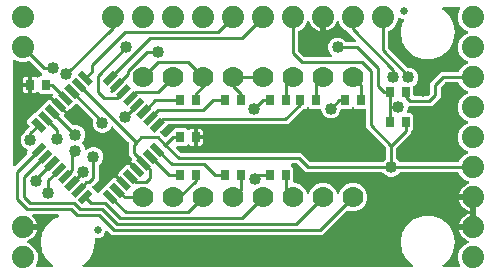
<source format=gbr>
G04 EAGLE Gerber RS-274X export*
G75*
%MOMM*%
%FSLAX34Y34*%
%LPD*%
%INTop Copper*%
%IPPOS*%
%AMOC8*
5,1,8,0,0,1.08239X$1,22.5*%
G01*
%ADD10R,1.270000X0.558800*%
%ADD11R,0.558800X1.270000*%
%ADD12R,0.700000X0.900000*%
%ADD13C,1.778000*%
%ADD14C,1.879600*%
%ADD15C,0.635000*%
%ADD16C,0.254000*%
%ADD17C,1.016000*%

G36*
X342102Y4323D02*
X342102Y4323D01*
X342137Y4321D01*
X342259Y4343D01*
X342382Y4359D01*
X342415Y4372D01*
X342450Y4378D01*
X342563Y4430D01*
X342678Y4476D01*
X342706Y4496D01*
X342739Y4511D01*
X342835Y4590D01*
X342935Y4662D01*
X342958Y4690D01*
X342985Y4712D01*
X343059Y4812D01*
X343138Y4907D01*
X343153Y4939D01*
X343174Y4968D01*
X343221Y5083D01*
X343274Y5195D01*
X343280Y5230D01*
X343293Y5263D01*
X343310Y5386D01*
X343333Y5507D01*
X343331Y5543D01*
X343336Y5578D01*
X343321Y5701D01*
X343314Y5825D01*
X343303Y5859D01*
X343298Y5894D01*
X343254Y6009D01*
X343216Y6127D01*
X343197Y6157D01*
X343184Y6190D01*
X343112Y6291D01*
X343045Y6396D01*
X343020Y6420D01*
X342999Y6449D01*
X342882Y6560D01*
X338015Y10644D01*
X334029Y17549D01*
X332645Y25400D01*
X334029Y33251D01*
X338015Y40155D01*
X344122Y45280D01*
X351614Y48007D01*
X359586Y48007D01*
X367078Y45280D01*
X373185Y40156D01*
X377171Y33251D01*
X378555Y25400D01*
X377171Y17549D01*
X373185Y10645D01*
X368318Y6560D01*
X368294Y6534D01*
X368265Y6514D01*
X368186Y6418D01*
X368101Y6327D01*
X368085Y6296D01*
X368062Y6269D01*
X368009Y6156D01*
X367950Y6047D01*
X367942Y6013D01*
X367926Y5981D01*
X367903Y5859D01*
X367873Y5739D01*
X367873Y5703D01*
X367867Y5668D01*
X367874Y5545D01*
X367875Y5421D01*
X367884Y5386D01*
X367886Y5351D01*
X367925Y5233D01*
X367956Y5113D01*
X367974Y5082D01*
X367984Y5049D01*
X368051Y4944D01*
X368111Y4835D01*
X368136Y4810D01*
X368155Y4780D01*
X368245Y4695D01*
X368330Y4605D01*
X368360Y4586D01*
X368386Y4562D01*
X368495Y4502D01*
X368600Y4436D01*
X368634Y4425D01*
X368665Y4408D01*
X368785Y4377D01*
X368903Y4340D01*
X368938Y4338D01*
X368973Y4329D01*
X369133Y4319D01*
X381800Y4319D01*
X381849Y4325D01*
X381899Y4323D01*
X382006Y4345D01*
X382115Y4359D01*
X382161Y4377D01*
X382210Y4387D01*
X382309Y4435D01*
X382411Y4476D01*
X382451Y4505D01*
X382496Y4527D01*
X382580Y4598D01*
X382668Y4662D01*
X382700Y4701D01*
X382738Y4733D01*
X382801Y4823D01*
X382871Y4907D01*
X382892Y4952D01*
X382921Y4993D01*
X382960Y5096D01*
X383007Y5195D01*
X383016Y5244D01*
X383034Y5290D01*
X383046Y5400D01*
X383067Y5507D01*
X383063Y5557D01*
X383069Y5606D01*
X383054Y5715D01*
X383047Y5825D01*
X383031Y5872D01*
X383025Y5921D01*
X382972Y6074D01*
X381253Y10224D01*
X381253Y15176D01*
X383148Y19750D01*
X386650Y23252D01*
X389675Y24505D01*
X389701Y24520D01*
X389730Y24529D01*
X389839Y24599D01*
X389952Y24663D01*
X389973Y24684D01*
X389998Y24700D01*
X390087Y24794D01*
X390180Y24884D01*
X390196Y24910D01*
X390216Y24931D01*
X390279Y25045D01*
X390346Y25155D01*
X390355Y25184D01*
X390369Y25210D01*
X390402Y25335D01*
X390440Y25459D01*
X390441Y25489D01*
X390449Y25518D01*
X390449Y25648D01*
X390455Y25777D01*
X390449Y25806D01*
X390449Y25836D01*
X390417Y25961D01*
X390391Y26088D01*
X390378Y26115D01*
X390370Y26144D01*
X390308Y26257D01*
X390251Y26374D01*
X390232Y26397D01*
X390217Y26423D01*
X390129Y26517D01*
X390045Y26616D01*
X390020Y26633D01*
X390000Y26655D01*
X389891Y26724D01*
X389785Y26799D01*
X389757Y26810D01*
X389731Y26826D01*
X389582Y26885D01*
X389117Y27036D01*
X387443Y27889D01*
X385922Y28994D01*
X384594Y30322D01*
X383489Y31843D01*
X382636Y33517D01*
X382055Y35304D01*
X382015Y35561D01*
X392430Y35561D01*
X392548Y35576D01*
X392667Y35583D01*
X392705Y35596D01*
X392745Y35601D01*
X392856Y35644D01*
X392969Y35681D01*
X393003Y35703D01*
X393041Y35718D01*
X393137Y35788D01*
X393238Y35851D01*
X393266Y35881D01*
X393298Y35904D01*
X393374Y35996D01*
X393456Y36083D01*
X393475Y36118D01*
X393501Y36149D01*
X393552Y36257D01*
X393609Y36361D01*
X393620Y36401D01*
X393637Y36437D01*
X393659Y36554D01*
X393689Y36669D01*
X393693Y36730D01*
X393697Y36750D01*
X393695Y36770D01*
X393699Y36830D01*
X393699Y38101D01*
X394970Y38101D01*
X395088Y38116D01*
X395207Y38123D01*
X395245Y38136D01*
X395285Y38141D01*
X395396Y38185D01*
X395509Y38221D01*
X395544Y38243D01*
X395581Y38258D01*
X395677Y38328D01*
X395778Y38391D01*
X395806Y38421D01*
X395839Y38445D01*
X395914Y38536D01*
X395996Y38623D01*
X396016Y38658D01*
X396041Y38690D01*
X396092Y38797D01*
X396150Y38902D01*
X396160Y38941D01*
X396177Y38977D01*
X396199Y39094D01*
X396229Y39209D01*
X396233Y39270D01*
X396237Y39290D01*
X396235Y39310D01*
X396239Y39370D01*
X396239Y62230D01*
X396224Y62348D01*
X396217Y62467D01*
X396204Y62505D01*
X396199Y62545D01*
X396156Y62656D01*
X396119Y62769D01*
X396097Y62803D01*
X396082Y62841D01*
X396012Y62937D01*
X395949Y63038D01*
X395919Y63066D01*
X395895Y63098D01*
X395804Y63174D01*
X395717Y63256D01*
X395682Y63275D01*
X395651Y63301D01*
X395543Y63352D01*
X395439Y63409D01*
X395399Y63420D01*
X395363Y63437D01*
X395246Y63459D01*
X395131Y63489D01*
X395070Y63493D01*
X395050Y63497D01*
X395030Y63495D01*
X394970Y63499D01*
X393699Y63499D01*
X393699Y64770D01*
X393684Y64888D01*
X393677Y65007D01*
X393664Y65045D01*
X393659Y65085D01*
X393615Y65196D01*
X393579Y65309D01*
X393557Y65344D01*
X393542Y65381D01*
X393472Y65477D01*
X393409Y65578D01*
X393379Y65606D01*
X393355Y65639D01*
X393264Y65714D01*
X393177Y65796D01*
X393142Y65816D01*
X393110Y65841D01*
X393003Y65892D01*
X392898Y65950D01*
X392859Y65960D01*
X392823Y65977D01*
X392706Y65999D01*
X392591Y66029D01*
X392530Y66033D01*
X392510Y66037D01*
X392490Y66035D01*
X392430Y66039D01*
X382015Y66039D01*
X382055Y66296D01*
X382636Y68083D01*
X383489Y69757D01*
X384594Y71278D01*
X385922Y72606D01*
X387443Y73711D01*
X389117Y74564D01*
X389582Y74715D01*
X389609Y74728D01*
X389638Y74735D01*
X389752Y74795D01*
X389870Y74850D01*
X389893Y74869D01*
X389919Y74883D01*
X390015Y74970D01*
X390115Y75053D01*
X390132Y75077D01*
X390154Y75097D01*
X390226Y75206D01*
X390302Y75310D01*
X390313Y75338D01*
X390329Y75363D01*
X390371Y75486D01*
X390419Y75606D01*
X390423Y75636D01*
X390432Y75664D01*
X390443Y75793D01*
X390459Y75921D01*
X390455Y75951D01*
X390458Y75981D01*
X390435Y76109D01*
X390419Y76237D01*
X390408Y76265D01*
X390403Y76294D01*
X390350Y76412D01*
X390302Y76533D01*
X390285Y76557D01*
X390273Y76584D01*
X390192Y76685D01*
X390116Y76790D01*
X390093Y76809D01*
X390074Y76833D01*
X389970Y76911D01*
X389871Y76993D01*
X389844Y77006D01*
X389820Y77024D01*
X389675Y77095D01*
X386650Y78348D01*
X383148Y81850D01*
X382341Y83798D01*
X382327Y83823D01*
X382317Y83851D01*
X382248Y83961D01*
X382184Y84074D01*
X382163Y84095D01*
X382147Y84120D01*
X382053Y84209D01*
X381962Y84302D01*
X381937Y84318D01*
X381916Y84338D01*
X381802Y84401D01*
X381691Y84469D01*
X381663Y84477D01*
X381637Y84492D01*
X381511Y84524D01*
X381387Y84562D01*
X381358Y84564D01*
X381329Y84571D01*
X381169Y84581D01*
X332188Y84581D01*
X332090Y84569D01*
X331991Y84566D01*
X331932Y84549D01*
X331872Y84541D01*
X331780Y84505D01*
X331685Y84477D01*
X331633Y84447D01*
X331577Y84424D01*
X331496Y84366D01*
X331411Y84316D01*
X331336Y84250D01*
X331319Y84238D01*
X331311Y84228D01*
X331290Y84210D01*
X329090Y82009D01*
X326102Y80771D01*
X322868Y80771D01*
X319880Y82009D01*
X317680Y84210D01*
X317601Y84270D01*
X317529Y84338D01*
X317476Y84367D01*
X317428Y84404D01*
X317337Y84444D01*
X317251Y84492D01*
X317192Y84507D01*
X317137Y84531D01*
X317039Y84546D01*
X316943Y84571D01*
X316843Y84577D01*
X316822Y84581D01*
X316810Y84579D01*
X316782Y84581D01*
X252211Y84581D01*
X244963Y91830D01*
X244885Y91890D01*
X244812Y91958D01*
X244759Y91987D01*
X244712Y92024D01*
X244621Y92064D01*
X244534Y92112D01*
X244475Y92127D01*
X244420Y92151D01*
X244322Y92166D01*
X244226Y92191D01*
X244126Y92197D01*
X244106Y92201D01*
X244093Y92199D01*
X244065Y92201D01*
X240825Y92201D01*
X240687Y92184D01*
X240548Y92171D01*
X240529Y92164D01*
X240509Y92161D01*
X240380Y92110D01*
X240249Y92063D01*
X240232Y92052D01*
X240213Y92044D01*
X240101Y91963D01*
X239986Y91885D01*
X239972Y91869D01*
X239956Y91858D01*
X239867Y91750D01*
X239775Y91646D01*
X239766Y91628D01*
X239753Y91613D01*
X239694Y91487D01*
X239631Y91363D01*
X239626Y91343D01*
X239618Y91325D01*
X239592Y91189D01*
X239561Y91053D01*
X239562Y91032D01*
X239558Y91013D01*
X239566Y90874D01*
X239571Y90735D01*
X239576Y90715D01*
X239578Y90695D01*
X239620Y90563D01*
X239659Y90429D01*
X239669Y90412D01*
X239676Y90393D01*
X239750Y90275D01*
X239821Y90155D01*
X239839Y90134D01*
X239846Y90124D01*
X239861Y90110D01*
X239927Y90035D01*
X241649Y88313D01*
X241649Y76708D01*
X241664Y76590D01*
X241671Y76471D01*
X241684Y76433D01*
X241689Y76392D01*
X241732Y76282D01*
X241769Y76169D01*
X241791Y76134D01*
X241806Y76097D01*
X241875Y76001D01*
X241939Y75900D01*
X241969Y75872D01*
X241992Y75839D01*
X242084Y75763D01*
X242171Y75682D01*
X242206Y75662D01*
X242237Y75637D01*
X242345Y75586D01*
X242449Y75528D01*
X242489Y75518D01*
X242525Y75501D01*
X242642Y75479D01*
X242757Y75449D01*
X242817Y75445D01*
X242837Y75441D01*
X242858Y75443D01*
X242918Y75439D01*
X243675Y75439D01*
X248063Y73621D01*
X251421Y70263D01*
X252827Y66868D01*
X252896Y66747D01*
X252961Y66624D01*
X252975Y66609D01*
X252985Y66592D01*
X253082Y66492D01*
X253175Y66389D01*
X253192Y66378D01*
X253206Y66363D01*
X253325Y66290D01*
X253441Y66214D01*
X253460Y66208D01*
X253477Y66197D01*
X253610Y66156D01*
X253742Y66111D01*
X253762Y66109D01*
X253781Y66103D01*
X253920Y66097D01*
X254059Y66086D01*
X254079Y66089D01*
X254099Y66088D01*
X254235Y66116D01*
X254372Y66140D01*
X254391Y66148D01*
X254410Y66153D01*
X254536Y66214D01*
X254662Y66271D01*
X254678Y66283D01*
X254696Y66292D01*
X254802Y66383D01*
X254910Y66469D01*
X254923Y66485D01*
X254938Y66499D01*
X255018Y66612D01*
X255102Y66723D01*
X255114Y66749D01*
X255121Y66759D01*
X255128Y66778D01*
X255173Y66868D01*
X256579Y70263D01*
X259937Y73621D01*
X264325Y75439D01*
X269075Y75439D01*
X273463Y73621D01*
X276821Y70263D01*
X278227Y66868D01*
X278296Y66747D01*
X278361Y66624D01*
X278375Y66609D01*
X278385Y66592D01*
X278482Y66492D01*
X278575Y66389D01*
X278592Y66378D01*
X278606Y66363D01*
X278725Y66291D01*
X278841Y66214D01*
X278860Y66208D01*
X278877Y66197D01*
X279010Y66156D01*
X279142Y66111D01*
X279162Y66109D01*
X279181Y66103D01*
X279320Y66097D01*
X279459Y66086D01*
X279479Y66089D01*
X279499Y66088D01*
X279635Y66116D01*
X279772Y66140D01*
X279791Y66148D01*
X279810Y66152D01*
X279936Y66214D01*
X280062Y66271D01*
X280078Y66283D01*
X280096Y66292D01*
X280202Y66383D01*
X280310Y66469D01*
X280323Y66485D01*
X280338Y66499D01*
X280418Y66612D01*
X280502Y66723D01*
X280514Y66749D01*
X280521Y66759D01*
X280528Y66778D01*
X280573Y66868D01*
X281979Y70263D01*
X285337Y73621D01*
X289725Y75439D01*
X294475Y75439D01*
X298863Y73621D01*
X302221Y70263D01*
X304039Y65875D01*
X304039Y61125D01*
X302221Y56737D01*
X298863Y53379D01*
X294475Y51561D01*
X289725Y51561D01*
X288065Y52249D01*
X288036Y52257D01*
X288010Y52270D01*
X287883Y52299D01*
X287758Y52333D01*
X287728Y52333D01*
X287700Y52340D01*
X287570Y52336D01*
X287440Y52338D01*
X287411Y52331D01*
X287382Y52330D01*
X287257Y52294D01*
X287131Y52264D01*
X287105Y52250D01*
X287076Y52242D01*
X286965Y52176D01*
X286850Y52115D01*
X286828Y52095D01*
X286802Y52080D01*
X286682Y51974D01*
X265949Y31241D01*
X88381Y31241D01*
X84590Y35032D01*
X84481Y35117D01*
X84374Y35206D01*
X84355Y35214D01*
X84339Y35227D01*
X84211Y35282D01*
X84086Y35341D01*
X84066Y35345D01*
X84047Y35353D01*
X83909Y35375D01*
X83773Y35401D01*
X83753Y35400D01*
X83733Y35403D01*
X83594Y35390D01*
X83456Y35381D01*
X83437Y35375D01*
X83417Y35373D01*
X83285Y35326D01*
X83154Y35283D01*
X83136Y35273D01*
X83117Y35266D01*
X83002Y35188D01*
X82885Y35113D01*
X82871Y35098D01*
X82854Y35087D01*
X82762Y34983D01*
X82667Y34882D01*
X82657Y34864D01*
X82644Y34849D01*
X82580Y34725D01*
X82513Y34603D01*
X82508Y34583D01*
X82499Y34565D01*
X82469Y34431D01*
X81476Y32035D01*
X79725Y30284D01*
X77438Y29336D01*
X74917Y29336D01*
X74890Y29344D01*
X74742Y29384D01*
X74741Y29384D01*
X74578Y29387D01*
X74424Y29389D01*
X74423Y29389D01*
X74271Y29353D01*
X74115Y29315D01*
X74114Y29315D01*
X74113Y29314D01*
X73966Y29236D01*
X73834Y29166D01*
X73833Y29166D01*
X73833Y29165D01*
X73710Y29054D01*
X73599Y28952D01*
X73598Y28952D01*
X73598Y28951D01*
X73508Y28814D01*
X73424Y28687D01*
X73424Y28686D01*
X73423Y28685D01*
X73368Y28524D01*
X73321Y28386D01*
X73321Y28385D01*
X73320Y28384D01*
X73307Y28218D01*
X73295Y28069D01*
X73296Y28068D01*
X73296Y28067D01*
X73313Y27907D01*
X73755Y25400D01*
X72371Y17549D01*
X68385Y10645D01*
X63518Y6560D01*
X63494Y6534D01*
X63465Y6514D01*
X63386Y6418D01*
X63301Y6327D01*
X63285Y6296D01*
X63262Y6269D01*
X63209Y6156D01*
X63150Y6047D01*
X63142Y6013D01*
X63126Y5981D01*
X63103Y5859D01*
X63073Y5739D01*
X63073Y5703D01*
X63067Y5668D01*
X63074Y5545D01*
X63075Y5421D01*
X63084Y5386D01*
X63086Y5351D01*
X63125Y5233D01*
X63156Y5113D01*
X63174Y5082D01*
X63184Y5049D01*
X63251Y4944D01*
X63311Y4835D01*
X63336Y4810D01*
X63355Y4780D01*
X63445Y4695D01*
X63530Y4605D01*
X63560Y4586D01*
X63586Y4562D01*
X63695Y4502D01*
X63800Y4436D01*
X63834Y4425D01*
X63865Y4408D01*
X63985Y4377D01*
X64103Y4340D01*
X64138Y4338D01*
X64173Y4329D01*
X64333Y4319D01*
X342067Y4319D01*
X342102Y4323D01*
G37*
G36*
X316880Y93231D02*
X316880Y93231D01*
X316979Y93234D01*
X317038Y93251D01*
X317098Y93259D01*
X317190Y93295D01*
X317285Y93323D01*
X317337Y93353D01*
X317393Y93376D01*
X317473Y93434D01*
X317559Y93484D01*
X317634Y93550D01*
X317651Y93562D01*
X317659Y93572D01*
X317680Y93590D01*
X319795Y95705D01*
X319855Y95784D01*
X319923Y95856D01*
X319952Y95909D01*
X319989Y95957D01*
X320029Y96048D01*
X320077Y96134D01*
X320092Y96193D01*
X320116Y96248D01*
X320131Y96346D01*
X320156Y96442D01*
X320162Y96542D01*
X320166Y96563D01*
X320164Y96575D01*
X320166Y96603D01*
X320166Y105000D01*
X320154Y105099D01*
X320151Y105198D01*
X320134Y105256D01*
X320126Y105316D01*
X320090Y105408D01*
X320062Y105503D01*
X320032Y105555D01*
X320009Y105612D01*
X319951Y105692D01*
X319901Y105777D01*
X319835Y105852D01*
X319823Y105869D01*
X319813Y105877D01*
X319795Y105898D01*
X303021Y122671D01*
X303021Y137232D01*
X303006Y137350D01*
X302999Y137469D01*
X302986Y137507D01*
X302981Y137548D01*
X302938Y137658D01*
X302901Y137771D01*
X302879Y137806D01*
X302864Y137843D01*
X302795Y137939D01*
X302731Y138040D01*
X302701Y138068D01*
X302678Y138101D01*
X302586Y138177D01*
X302499Y138258D01*
X302464Y138278D01*
X302433Y138303D01*
X302325Y138354D01*
X302221Y138412D01*
X302181Y138422D01*
X302145Y138439D01*
X302028Y138461D01*
X301913Y138491D01*
X301853Y138495D01*
X301833Y138499D01*
X301812Y138497D01*
X301752Y138501D01*
X293837Y138501D01*
X292998Y139341D01*
X292904Y139414D01*
X292814Y139493D01*
X292778Y139511D01*
X292746Y139536D01*
X292637Y139583D01*
X292531Y139637D01*
X292492Y139646D01*
X292454Y139662D01*
X292337Y139681D01*
X292221Y139707D01*
X292180Y139706D01*
X292140Y139712D01*
X292022Y139701D01*
X291903Y139697D01*
X291864Y139686D01*
X291824Y139682D01*
X291711Y139642D01*
X291597Y139609D01*
X291563Y139588D01*
X291524Y139575D01*
X291426Y139508D01*
X291323Y139447D01*
X291278Y139407D01*
X291261Y139396D01*
X291248Y139381D01*
X291203Y139341D01*
X290363Y138501D01*
X282702Y138501D01*
X282584Y138486D01*
X282465Y138479D01*
X282427Y138466D01*
X282386Y138461D01*
X282276Y138418D01*
X282163Y138381D01*
X282128Y138359D01*
X282091Y138344D01*
X281995Y138275D01*
X281894Y138211D01*
X281866Y138181D01*
X281833Y138158D01*
X281757Y138066D01*
X281676Y137979D01*
X281656Y137944D01*
X281631Y137913D01*
X281580Y137805D01*
X281522Y137701D01*
X281512Y137661D01*
X281495Y137625D01*
X281473Y137508D01*
X281443Y137393D01*
X281439Y137333D01*
X281435Y137313D01*
X281437Y137292D01*
X281433Y137232D01*
X281433Y137067D01*
X280195Y134079D01*
X277909Y131793D01*
X274921Y130555D01*
X271687Y130555D01*
X268699Y131793D01*
X266413Y134079D01*
X265175Y137067D01*
X265175Y137232D01*
X265160Y137350D01*
X265153Y137469D01*
X265140Y137507D01*
X265135Y137548D01*
X265092Y137658D01*
X265055Y137771D01*
X265033Y137806D01*
X265018Y137843D01*
X264949Y137939D01*
X264885Y138040D01*
X264855Y138068D01*
X264832Y138101D01*
X264740Y138177D01*
X264653Y138258D01*
X264618Y138278D01*
X264587Y138303D01*
X264479Y138354D01*
X264375Y138412D01*
X264335Y138422D01*
X264299Y138439D01*
X264182Y138461D01*
X264067Y138491D01*
X264007Y138495D01*
X263987Y138499D01*
X263966Y138497D01*
X263906Y138501D01*
X255737Y138501D01*
X254898Y139341D01*
X254804Y139414D01*
X254714Y139493D01*
X254678Y139511D01*
X254646Y139536D01*
X254537Y139583D01*
X254431Y139637D01*
X254392Y139646D01*
X254354Y139662D01*
X254237Y139681D01*
X254121Y139707D01*
X254080Y139706D01*
X254040Y139712D01*
X253922Y139701D01*
X253803Y139697D01*
X253764Y139686D01*
X253724Y139682D01*
X253611Y139642D01*
X253497Y139609D01*
X253463Y139588D01*
X253424Y139575D01*
X253326Y139508D01*
X253223Y139447D01*
X253178Y139407D01*
X253161Y139396D01*
X253148Y139381D01*
X253103Y139341D01*
X252263Y138501D01*
X250545Y138501D01*
X250446Y138489D01*
X250347Y138486D01*
X250289Y138469D01*
X250229Y138461D01*
X250137Y138425D01*
X250042Y138397D01*
X249990Y138367D01*
X249933Y138344D01*
X249853Y138286D01*
X249768Y138236D01*
X249693Y138170D01*
X249676Y138158D01*
X249668Y138148D01*
X249647Y138130D01*
X239640Y128123D01*
X236739Y125221D01*
X135508Y125221D01*
X135410Y125209D01*
X135311Y125206D01*
X135252Y125189D01*
X135192Y125181D01*
X135100Y125145D01*
X135005Y125117D01*
X134953Y125087D01*
X134897Y125064D01*
X134817Y125006D01*
X134731Y124956D01*
X134656Y124890D01*
X134639Y124878D01*
X134632Y124868D01*
X134610Y124850D01*
X129482Y119721D01*
X129409Y119627D01*
X129330Y119538D01*
X129312Y119502D01*
X129287Y119470D01*
X129239Y119360D01*
X129185Y119254D01*
X129177Y119215D01*
X129160Y119178D01*
X129142Y119060D01*
X129116Y118944D01*
X129117Y118904D01*
X129111Y118864D01*
X129122Y118745D01*
X129125Y118626D01*
X129137Y118587D01*
X129140Y118547D01*
X129181Y118435D01*
X129214Y118321D01*
X129234Y118286D01*
X129248Y118248D01*
X129315Y118149D01*
X129375Y118047D01*
X129415Y118001D01*
X129427Y117985D01*
X129442Y117971D01*
X129482Y117926D01*
X132452Y114955D01*
X132547Y114882D01*
X132636Y114803D01*
X132672Y114785D01*
X132704Y114760D01*
X132813Y114713D01*
X132919Y114659D01*
X132958Y114650D01*
X132996Y114634D01*
X133113Y114615D01*
X133229Y114589D01*
X133270Y114590D01*
X133310Y114584D01*
X133428Y114595D01*
X133547Y114599D01*
X133586Y114610D01*
X133626Y114614D01*
X133739Y114654D01*
X133853Y114687D01*
X133887Y114708D01*
X133926Y114721D01*
X134024Y114788D01*
X134127Y114849D01*
X134172Y114889D01*
X134189Y114900D01*
X134202Y114915D01*
X134247Y114955D01*
X137911Y118619D01*
X138082Y118619D01*
X138200Y118634D01*
X138319Y118641D01*
X138357Y118654D01*
X138398Y118659D01*
X138508Y118702D01*
X138621Y118739D01*
X138656Y118761D01*
X138693Y118776D01*
X138789Y118845D01*
X138890Y118909D01*
X138918Y118939D01*
X138951Y118962D01*
X139027Y119054D01*
X139108Y119141D01*
X139128Y119176D01*
X139153Y119207D01*
X139204Y119315D01*
X139262Y119419D01*
X139272Y119459D01*
X139289Y119495D01*
X139311Y119612D01*
X139341Y119727D01*
X139345Y119787D01*
X139349Y119807D01*
X139347Y119828D01*
X139351Y119888D01*
X139351Y120063D01*
X141137Y121849D01*
X150663Y121849D01*
X151862Y120650D01*
X151956Y120577D01*
X152045Y120498D01*
X152081Y120480D01*
X152113Y120455D01*
X152222Y120408D01*
X152328Y120353D01*
X152368Y120345D01*
X152405Y120329D01*
X152523Y120310D01*
X152639Y120284D01*
X152679Y120285D01*
X152719Y120279D01*
X152838Y120290D01*
X152956Y120293D01*
X152995Y120305D01*
X153036Y120309D01*
X153148Y120349D01*
X153262Y120382D01*
X153297Y120402D01*
X153335Y120416D01*
X153433Y120483D01*
X153536Y120543D01*
X153581Y120583D01*
X153598Y120595D01*
X153611Y120610D01*
X153657Y120650D01*
X153840Y120833D01*
X154419Y121168D01*
X155066Y121341D01*
X157151Y121341D01*
X157151Y114780D01*
X157166Y114662D01*
X157173Y114543D01*
X157185Y114505D01*
X157191Y114465D01*
X157234Y114354D01*
X157250Y114306D01*
X157240Y114288D01*
X157230Y114249D01*
X157213Y114213D01*
X157191Y114096D01*
X157161Y113980D01*
X157157Y113920D01*
X157153Y113900D01*
X157155Y113880D01*
X157151Y113820D01*
X157151Y107259D01*
X155066Y107259D01*
X154419Y107432D01*
X153840Y107767D01*
X153657Y107950D01*
X153563Y108023D01*
X153473Y108102D01*
X153437Y108120D01*
X153405Y108145D01*
X153296Y108192D01*
X153190Y108247D01*
X153151Y108255D01*
X153114Y108271D01*
X152996Y108290D01*
X152880Y108316D01*
X152839Y108315D01*
X152799Y108321D01*
X152681Y108310D01*
X152562Y108307D01*
X152523Y108295D01*
X152483Y108291D01*
X152371Y108251D01*
X152256Y108218D01*
X152222Y108198D01*
X152184Y108184D01*
X152085Y108117D01*
X151983Y108057D01*
X151937Y108017D01*
X151920Y108005D01*
X151907Y107990D01*
X151862Y107950D01*
X150663Y106751D01*
X143721Y106751D01*
X143583Y106734D01*
X143444Y106721D01*
X143425Y106714D01*
X143405Y106711D01*
X143276Y106660D01*
X143145Y106613D01*
X143128Y106602D01*
X143109Y106594D01*
X142997Y106513D01*
X142882Y106435D01*
X142868Y106419D01*
X142852Y106408D01*
X142763Y106300D01*
X142671Y106196D01*
X142662Y106178D01*
X142649Y106163D01*
X142590Y106037D01*
X142527Y105913D01*
X142522Y105893D01*
X142514Y105875D01*
X142488Y105739D01*
X142457Y105603D01*
X142458Y105582D01*
X142454Y105563D01*
X142463Y105424D01*
X142467Y105285D01*
X142472Y105265D01*
X142474Y105245D01*
X142516Y105113D01*
X142555Y104979D01*
X142565Y104962D01*
X142572Y104943D01*
X142646Y104825D01*
X142717Y104705D01*
X142735Y104684D01*
X142742Y104674D01*
X142757Y104660D01*
X142823Y104585D01*
X146197Y101210D01*
X146275Y101150D01*
X146348Y101082D01*
X146401Y101053D01*
X146448Y101016D01*
X146539Y100976D01*
X146626Y100928D01*
X146685Y100913D01*
X146740Y100889D01*
X146838Y100874D01*
X146934Y100849D01*
X147034Y100843D01*
X147054Y100839D01*
X147067Y100841D01*
X147095Y100839D01*
X248169Y100839D01*
X255417Y93590D01*
X255495Y93530D01*
X255568Y93462D01*
X255621Y93433D01*
X255668Y93396D01*
X255759Y93356D01*
X255846Y93308D01*
X255905Y93293D01*
X255960Y93269D01*
X256058Y93254D01*
X256154Y93229D01*
X256254Y93223D01*
X256274Y93219D01*
X256287Y93221D01*
X256315Y93219D01*
X316782Y93219D01*
X316880Y93231D01*
G37*
G36*
X76278Y67423D02*
X76278Y67423D01*
X76397Y67426D01*
X76436Y67438D01*
X76476Y67441D01*
X76589Y67482D01*
X76703Y67515D01*
X76737Y67535D01*
X76776Y67549D01*
X76874Y67616D01*
X76977Y67676D01*
X77022Y67716D01*
X77039Y67728D01*
X77052Y67743D01*
X77097Y67783D01*
X82525Y73210D01*
X88634Y79319D01*
X88827Y79319D01*
X88925Y79332D01*
X89024Y79335D01*
X89082Y79351D01*
X89142Y79359D01*
X89234Y79395D01*
X89329Y79423D01*
X89381Y79454D01*
X89438Y79476D01*
X89518Y79534D01*
X89603Y79584D01*
X89679Y79651D01*
X89695Y79663D01*
X89703Y79672D01*
X89724Y79691D01*
X90794Y80761D01*
X96991Y74564D01*
X97085Y74491D01*
X97174Y74412D01*
X97210Y74394D01*
X97242Y74369D01*
X97351Y74322D01*
X97457Y74268D01*
X97497Y74259D01*
X97534Y74243D01*
X97652Y74224D01*
X97768Y74198D01*
X97808Y74199D01*
X97848Y74193D01*
X97967Y74204D01*
X98085Y74208D01*
X98124Y74219D01*
X98165Y74223D01*
X98277Y74263D01*
X98391Y74296D01*
X98426Y74317D01*
X98464Y74330D01*
X98562Y74397D01*
X98665Y74458D01*
X98710Y74497D01*
X98727Y74509D01*
X98740Y74524D01*
X98786Y74564D01*
X98965Y74744D01*
X99038Y74838D01*
X99117Y74927D01*
X99135Y74963D01*
X99160Y74995D01*
X99208Y75104D01*
X99262Y75210D01*
X99271Y75250D01*
X99287Y75287D01*
X99305Y75405D01*
X99331Y75521D01*
X99330Y75561D01*
X99336Y75601D01*
X99325Y75720D01*
X99322Y75838D01*
X99310Y75877D01*
X99307Y75918D01*
X99266Y76030D01*
X99233Y76144D01*
X99213Y76179D01*
X99199Y76217D01*
X99132Y76315D01*
X99072Y76418D01*
X99032Y76463D01*
X99020Y76480D01*
X99005Y76493D01*
X98965Y76539D01*
X92769Y82735D01*
X93839Y83805D01*
X93899Y83884D01*
X93967Y83956D01*
X93996Y84009D01*
X94033Y84057D01*
X94073Y84148D01*
X94121Y84234D01*
X94136Y84293D01*
X94160Y84349D01*
X94175Y84446D01*
X94200Y84542D01*
X94206Y84642D01*
X94210Y84663D01*
X94209Y84675D01*
X94210Y84703D01*
X94210Y84896D01*
X99948Y90633D01*
X100140Y90633D01*
X100238Y90645D01*
X100337Y90648D01*
X100396Y90665D01*
X100456Y90673D01*
X100548Y90709D01*
X100643Y90737D01*
X100695Y90767D01*
X100751Y90790D01*
X100831Y90848D01*
X100917Y90898D01*
X100992Y90965D01*
X101009Y90977D01*
X101017Y90986D01*
X101038Y91005D01*
X102108Y92074D01*
X108304Y85878D01*
X108399Y85805D01*
X108399Y85804D01*
X108410Y85794D01*
X108412Y85793D01*
X108488Y85726D01*
X108524Y85708D01*
X108556Y85683D01*
X108665Y85635D01*
X108771Y85581D01*
X108810Y85573D01*
X108848Y85556D01*
X108965Y85538D01*
X109081Y85512D01*
X109122Y85513D01*
X109162Y85507D01*
X109280Y85518D01*
X109399Y85521D01*
X109438Y85533D01*
X109478Y85536D01*
X109590Y85577D01*
X109705Y85610D01*
X109739Y85630D01*
X109778Y85644D01*
X109876Y85711D01*
X109979Y85771D01*
X110024Y85811D01*
X110041Y85823D01*
X110054Y85838D01*
X110099Y85878D01*
X110279Y86057D01*
X110352Y86152D01*
X110431Y86241D01*
X110449Y86277D01*
X110474Y86309D01*
X110521Y86418D01*
X110575Y86524D01*
X110584Y86563D01*
X110600Y86601D01*
X110619Y86718D01*
X110645Y86834D01*
X110644Y86875D01*
X110650Y86915D01*
X110639Y87033D01*
X110635Y87152D01*
X110624Y87191D01*
X110620Y87231D01*
X110580Y87343D01*
X110547Y87458D01*
X110526Y87492D01*
X110513Y87531D01*
X110446Y87629D01*
X110385Y87732D01*
X110346Y87777D01*
X110334Y87794D01*
X110319Y87807D01*
X110279Y87852D01*
X104082Y94049D01*
X104801Y94767D01*
X104874Y94862D01*
X104952Y94951D01*
X104971Y94987D01*
X104995Y95019D01*
X105043Y95128D01*
X105097Y95234D01*
X105106Y95273D01*
X105122Y95311D01*
X105141Y95428D01*
X105167Y95544D01*
X105165Y95585D01*
X105172Y95625D01*
X105161Y95743D01*
X105157Y95862D01*
X105146Y95901D01*
X105142Y95941D01*
X105102Y96053D01*
X105068Y96168D01*
X105048Y96202D01*
X105034Y96241D01*
X104967Y96339D01*
X104907Y96442D01*
X104867Y96487D01*
X104856Y96504D01*
X104840Y96517D01*
X104801Y96562D01*
X102361Y99002D01*
X102361Y109790D01*
X102349Y109888D01*
X102346Y109987D01*
X102329Y110045D01*
X102321Y110105D01*
X102285Y110197D01*
X102257Y110292D01*
X102227Y110344D01*
X102204Y110401D01*
X102146Y110481D01*
X102096Y110566D01*
X102030Y110642D01*
X102018Y110658D01*
X102008Y110666D01*
X101990Y110687D01*
X89383Y123293D01*
X89344Y123324D01*
X89310Y123361D01*
X89219Y123421D01*
X89132Y123488D01*
X89086Y123508D01*
X89045Y123535D01*
X88941Y123571D01*
X88840Y123615D01*
X88791Y123623D01*
X88744Y123639D01*
X88635Y123647D01*
X88526Y123665D01*
X88476Y123660D01*
X88427Y123664D01*
X88319Y123645D01*
X88209Y123635D01*
X88163Y123618D01*
X88114Y123609D01*
X88013Y123564D01*
X87910Y123527D01*
X87869Y123499D01*
X87824Y123479D01*
X87738Y123410D01*
X87647Y123349D01*
X87614Y123311D01*
X87575Y123280D01*
X87509Y123192D01*
X87436Y123110D01*
X87414Y123066D01*
X87384Y123026D01*
X87313Y122882D01*
X86901Y121887D01*
X84615Y119601D01*
X81627Y118363D01*
X78393Y118363D01*
X75405Y119601D01*
X73119Y121887D01*
X71881Y124875D01*
X71881Y128109D01*
X71959Y128296D01*
X71967Y128324D01*
X71980Y128351D01*
X72008Y128477D01*
X72043Y128603D01*
X72043Y128632D01*
X72050Y128661D01*
X72046Y128791D01*
X72048Y128921D01*
X72041Y128949D01*
X72040Y128979D01*
X72004Y129104D01*
X71974Y129230D01*
X71960Y129256D01*
X71952Y129284D01*
X71886Y129397D01*
X71825Y129511D01*
X71805Y129533D01*
X71790Y129558D01*
X71684Y129679D01*
X58822Y142541D01*
X58727Y142614D01*
X58638Y142693D01*
X58602Y142711D01*
X58570Y142736D01*
X58461Y142784D01*
X58355Y142838D01*
X58316Y142847D01*
X58278Y142863D01*
X58161Y142881D01*
X58045Y142907D01*
X58004Y142906D01*
X57964Y142912D01*
X57846Y142901D01*
X57727Y142898D01*
X57688Y142886D01*
X57648Y142883D01*
X57536Y142842D01*
X57421Y142809D01*
X57387Y142789D01*
X57348Y142775D01*
X57250Y142708D01*
X57147Y142648D01*
X57102Y142608D01*
X57085Y142596D01*
X57072Y142581D01*
X57027Y142541D01*
X52452Y137967D01*
X52260Y137967D01*
X52162Y137955D01*
X52063Y137952D01*
X52004Y137935D01*
X51944Y137927D01*
X51852Y137891D01*
X51757Y137863D01*
X51705Y137833D01*
X51649Y137810D01*
X51569Y137752D01*
X51483Y137702D01*
X51408Y137635D01*
X51391Y137623D01*
X51383Y137614D01*
X51362Y137595D01*
X50292Y136525D01*
X44096Y142722D01*
X44024Y142777D01*
X44022Y142781D01*
X43982Y142827D01*
X43971Y142843D01*
X43956Y142857D01*
X43916Y142902D01*
X37711Y149107D01*
X37740Y149144D01*
X37829Y149251D01*
X37837Y149270D01*
X37850Y149286D01*
X37905Y149414D01*
X37964Y149539D01*
X37968Y149559D01*
X37976Y149578D01*
X37998Y149716D01*
X38024Y149852D01*
X38023Y149872D01*
X38026Y149892D01*
X38013Y150031D01*
X38004Y150169D01*
X37998Y150188D01*
X37996Y150208D01*
X37949Y150339D01*
X37906Y150471D01*
X37895Y150489D01*
X37888Y150508D01*
X37810Y150622D01*
X37736Y150740D01*
X37721Y150754D01*
X37710Y150771D01*
X37606Y150863D01*
X37504Y150958D01*
X37486Y150968D01*
X37471Y150981D01*
X37348Y151044D01*
X37226Y151112D01*
X37206Y151117D01*
X37188Y151126D01*
X37052Y151156D01*
X36918Y151191D01*
X36890Y151193D01*
X36878Y151196D01*
X36857Y151195D01*
X36757Y151201D01*
X27137Y151201D01*
X25938Y152400D01*
X25844Y152473D01*
X25755Y152552D01*
X25719Y152570D01*
X25687Y152595D01*
X25578Y152642D01*
X25472Y152697D01*
X25432Y152705D01*
X25395Y152721D01*
X25277Y152740D01*
X25161Y152766D01*
X25121Y152765D01*
X25081Y152771D01*
X24962Y152760D01*
X24843Y152756D01*
X24805Y152745D01*
X24764Y152741D01*
X24652Y152701D01*
X24538Y152668D01*
X24503Y152648D01*
X24465Y152634D01*
X24367Y152567D01*
X24264Y152507D01*
X24219Y152467D01*
X24202Y152455D01*
X24188Y152440D01*
X24143Y152400D01*
X23960Y152217D01*
X23381Y151882D01*
X22734Y151709D01*
X20649Y151709D01*
X20649Y158270D01*
X20634Y158388D01*
X20627Y158507D01*
X20614Y158545D01*
X20609Y158585D01*
X20566Y158696D01*
X20550Y158744D01*
X20560Y158762D01*
X20570Y158801D01*
X20587Y158837D01*
X20609Y158954D01*
X20639Y159070D01*
X20643Y159130D01*
X20647Y159150D01*
X20645Y159170D01*
X20649Y159230D01*
X20649Y165791D01*
X22734Y165791D01*
X23381Y165618D01*
X23960Y165283D01*
X24143Y165100D01*
X24237Y165027D01*
X24327Y164948D01*
X24363Y164930D01*
X24394Y164905D01*
X24504Y164858D01*
X24610Y164803D01*
X24649Y164795D01*
X24686Y164779D01*
X24804Y164760D01*
X24920Y164734D01*
X24961Y164735D01*
X25000Y164729D01*
X25119Y164740D01*
X25238Y164743D01*
X25277Y164755D01*
X25317Y164759D01*
X25429Y164799D01*
X25543Y164832D01*
X25578Y164852D01*
X25616Y164866D01*
X25715Y164933D01*
X25817Y164993D01*
X25863Y165033D01*
X25879Y165045D01*
X25893Y165060D01*
X25938Y165100D01*
X27137Y166299D01*
X27729Y166299D01*
X27867Y166316D01*
X28006Y166329D01*
X28025Y166336D01*
X28045Y166339D01*
X28174Y166390D01*
X28305Y166437D01*
X28322Y166448D01*
X28341Y166456D01*
X28453Y166537D01*
X28568Y166615D01*
X28582Y166631D01*
X28598Y166642D01*
X28687Y166750D01*
X28779Y166854D01*
X28788Y166872D01*
X28801Y166887D01*
X28860Y167013D01*
X28923Y167137D01*
X28928Y167157D01*
X28936Y167175D01*
X28962Y167311D01*
X28993Y167447D01*
X28992Y167468D01*
X28996Y167487D01*
X28987Y167626D01*
X28983Y167765D01*
X28978Y167785D01*
X28976Y167805D01*
X28934Y167937D01*
X28895Y168071D01*
X28885Y168088D01*
X28878Y168107D01*
X28804Y168225D01*
X28733Y168345D01*
X28715Y168366D01*
X28708Y168376D01*
X28693Y168390D01*
X28627Y168465D01*
X18507Y178585D01*
X18484Y178603D01*
X18465Y178626D01*
X18359Y178700D01*
X18256Y178780D01*
X18229Y178792D01*
X18205Y178809D01*
X18083Y178855D01*
X17964Y178906D01*
X17935Y178911D01*
X17907Y178922D01*
X17778Y178936D01*
X17650Y178956D01*
X17621Y178953D01*
X17591Y178957D01*
X17463Y178939D01*
X17333Y178926D01*
X17306Y178916D01*
X17276Y178912D01*
X17124Y178860D01*
X15176Y178053D01*
X10224Y178053D01*
X6074Y179772D01*
X6026Y179786D01*
X5981Y179807D01*
X5873Y179827D01*
X5767Y179856D01*
X5717Y179857D01*
X5668Y179867D01*
X5559Y179860D01*
X5449Y179861D01*
X5401Y179850D01*
X5351Y179847D01*
X5247Y179813D01*
X5140Y179787D01*
X5096Y179764D01*
X5049Y179749D01*
X4956Y179690D01*
X4859Y179639D01*
X4822Y179605D01*
X4780Y179579D01*
X4705Y179498D01*
X4623Y179425D01*
X4596Y179383D01*
X4562Y179347D01*
X4509Y179251D01*
X4449Y179159D01*
X4432Y179112D01*
X4408Y179068D01*
X4381Y178962D01*
X4345Y178858D01*
X4341Y178809D01*
X4329Y178761D01*
X4319Y178600D01*
X4319Y91189D01*
X4336Y91051D01*
X4349Y90912D01*
X4356Y90893D01*
X4359Y90873D01*
X4410Y90744D01*
X4457Y90613D01*
X4468Y90596D01*
X4476Y90577D01*
X4557Y90465D01*
X4635Y90350D01*
X4651Y90336D01*
X4662Y90320D01*
X4770Y90231D01*
X4874Y90139D01*
X4892Y90130D01*
X4907Y90117D01*
X5033Y90058D01*
X5157Y89995D01*
X5177Y89990D01*
X5195Y89982D01*
X5331Y89956D01*
X5467Y89925D01*
X5488Y89926D01*
X5507Y89922D01*
X5646Y89931D01*
X5785Y89935D01*
X5805Y89940D01*
X5825Y89942D01*
X5957Y89984D01*
X6091Y90023D01*
X6108Y90033D01*
X6127Y90040D01*
X6245Y90114D01*
X6365Y90185D01*
X6386Y90203D01*
X6396Y90210D01*
X6410Y90225D01*
X6485Y90291D01*
X16161Y99967D01*
X16222Y100045D01*
X16290Y100117D01*
X16319Y100170D01*
X16356Y100218D01*
X16396Y100309D01*
X16444Y100396D01*
X16459Y100455D01*
X16483Y100510D01*
X16498Y100608D01*
X16523Y100704D01*
X16529Y100804D01*
X16533Y100824D01*
X16531Y100837D01*
X16533Y100865D01*
X16533Y102655D01*
X16535Y102661D01*
X16579Y102761D01*
X16587Y102811D01*
X16603Y102858D01*
X16612Y102967D01*
X16629Y103076D01*
X16624Y103125D01*
X16628Y103175D01*
X16609Y103283D01*
X16599Y103392D01*
X16582Y103439D01*
X16574Y103488D01*
X16529Y103588D01*
X16492Y103691D01*
X16464Y103733D01*
X16443Y103778D01*
X16375Y103864D01*
X16313Y103955D01*
X16276Y103988D01*
X16245Y104027D01*
X16157Y104093D01*
X16075Y104165D01*
X16030Y104188D01*
X15990Y104218D01*
X15846Y104289D01*
X14445Y104869D01*
X12159Y107155D01*
X10921Y110143D01*
X10921Y113377D01*
X12159Y116365D01*
X14360Y118565D01*
X14420Y118644D01*
X14488Y118716D01*
X14517Y118769D01*
X14554Y118817D01*
X14594Y118908D01*
X14642Y118994D01*
X14657Y119053D01*
X14681Y119108D01*
X14696Y119206D01*
X14721Y119302D01*
X14727Y119402D01*
X14731Y119423D01*
X14729Y119435D01*
X14731Y119463D01*
X14731Y119645D01*
X17965Y122879D01*
X18038Y122973D01*
X18117Y123062D01*
X18135Y123098D01*
X18160Y123130D01*
X18207Y123240D01*
X18261Y123346D01*
X18270Y123385D01*
X18286Y123422D01*
X18305Y123540D01*
X18331Y123656D01*
X18330Y123696D01*
X18336Y123736D01*
X18325Y123855D01*
X18321Y123974D01*
X18310Y124013D01*
X18306Y124053D01*
X18266Y124165D01*
X18233Y124279D01*
X18212Y124314D01*
X18199Y124352D01*
X18132Y124451D01*
X18071Y124553D01*
X18032Y124598D01*
X18020Y124615D01*
X18005Y124629D01*
X17965Y124674D01*
X16533Y126106D01*
X16533Y128632D01*
X22642Y134740D01*
X22642Y134741D01*
X28299Y140397D01*
X33584Y145682D01*
X33777Y145682D01*
X33875Y145695D01*
X33974Y145698D01*
X34032Y145715D01*
X34092Y145722D01*
X34184Y145759D01*
X34280Y145786D01*
X34332Y145817D01*
X34388Y145839D01*
X34468Y145897D01*
X34553Y145948D01*
X34629Y146014D01*
X34645Y146026D01*
X34653Y146036D01*
X34674Y146054D01*
X35744Y147124D01*
X41941Y140927D01*
X42012Y140872D01*
X42014Y140868D01*
X42054Y140823D01*
X42066Y140806D01*
X42081Y140793D01*
X42121Y140748D01*
X48318Y134551D01*
X47599Y133833D01*
X47526Y133738D01*
X47448Y133649D01*
X47429Y133613D01*
X47404Y133581D01*
X47357Y133472D01*
X47303Y133366D01*
X47294Y133327D01*
X47278Y133289D01*
X47259Y133172D01*
X47233Y133056D01*
X47235Y133015D01*
X47228Y132975D01*
X47239Y132857D01*
X47243Y132738D01*
X47254Y132699D01*
X47258Y132659D01*
X47298Y132547D01*
X47331Y132432D01*
X47352Y132398D01*
X47366Y132359D01*
X47433Y132261D01*
X47493Y132158D01*
X47533Y132113D01*
X47544Y132096D01*
X47560Y132083D01*
X47599Y132038D01*
X54805Y124832D01*
X54883Y124772D01*
X54955Y124704D01*
X55008Y124675D01*
X55056Y124638D01*
X55147Y124598D01*
X55233Y124550D01*
X55292Y124535D01*
X55348Y124511D01*
X55446Y124496D01*
X55541Y124471D01*
X55641Y124465D01*
X55662Y124461D01*
X55674Y124463D01*
X55702Y124461D01*
X58814Y124461D01*
X61802Y123223D01*
X64089Y120937D01*
X65326Y117949D01*
X65326Y114715D01*
X64089Y111727D01*
X62836Y110475D01*
X62763Y110381D01*
X62684Y110291D01*
X62666Y110255D01*
X62641Y110224D01*
X62594Y110114D01*
X62540Y110008D01*
X62531Y109969D01*
X62515Y109932D01*
X62496Y109814D01*
X62470Y109698D01*
X62471Y109658D01*
X62465Y109618D01*
X62476Y109499D01*
X62480Y109380D01*
X62491Y109341D01*
X62495Y109301D01*
X62535Y109189D01*
X62568Y109075D01*
X62589Y109040D01*
X62602Y109002D01*
X62669Y108903D01*
X62730Y108801D01*
X62769Y108755D01*
X62781Y108739D01*
X62796Y108725D01*
X62836Y108680D01*
X64041Y107475D01*
X65229Y104607D01*
X65254Y104564D01*
X65271Y104517D01*
X65332Y104426D01*
X65387Y104331D01*
X65421Y104295D01*
X65449Y104254D01*
X65531Y104181D01*
X65608Y104102D01*
X65650Y104076D01*
X65688Y104043D01*
X65785Y103993D01*
X65879Y103936D01*
X65927Y103921D01*
X65971Y103899D01*
X66078Y103875D01*
X66183Y103842D01*
X66233Y103840D01*
X66281Y103829D01*
X66391Y103832D01*
X66501Y103827D01*
X66549Y103837D01*
X66599Y103839D01*
X66705Y103869D01*
X66812Y103891D01*
X66857Y103913D01*
X66904Y103927D01*
X66999Y103983D01*
X67098Y104031D01*
X67136Y104063D01*
X67178Y104089D01*
X67299Y104195D01*
X67785Y104681D01*
X70773Y105919D01*
X74007Y105919D01*
X76995Y104681D01*
X79281Y102395D01*
X80519Y99407D01*
X80519Y96173D01*
X79281Y93185D01*
X77080Y90985D01*
X77020Y90906D01*
X76952Y90834D01*
X76923Y90781D01*
X76886Y90733D01*
X76846Y90642D01*
X76798Y90556D01*
X76783Y90497D01*
X76759Y90442D01*
X76744Y90344D01*
X76719Y90248D01*
X76713Y90148D01*
X76709Y90127D01*
X76711Y90115D01*
X76709Y90087D01*
X76709Y78221D01*
X71684Y73196D01*
X71611Y73102D01*
X71532Y73013D01*
X71514Y72977D01*
X71489Y72945D01*
X71442Y72836D01*
X71388Y72730D01*
X71379Y72690D01*
X71363Y72653D01*
X71344Y72535D01*
X71318Y72419D01*
X71319Y72379D01*
X71313Y72339D01*
X71324Y72220D01*
X71328Y72102D01*
X71339Y72063D01*
X71343Y72022D01*
X71383Y71910D01*
X71416Y71796D01*
X71437Y71761D01*
X71450Y71723D01*
X71517Y71625D01*
X71578Y71522D01*
X71617Y71477D01*
X71629Y71460D01*
X71644Y71447D01*
X71684Y71401D01*
X75302Y67783D01*
X75397Y67710D01*
X75486Y67631D01*
X75522Y67613D01*
X75554Y67588D01*
X75663Y67540D01*
X75769Y67486D01*
X75808Y67478D01*
X75846Y67461D01*
X75963Y67443D01*
X76079Y67417D01*
X76120Y67418D01*
X76160Y67412D01*
X76278Y67423D01*
G37*
G36*
X381198Y93222D02*
X381198Y93222D01*
X381227Y93220D01*
X381355Y93242D01*
X381484Y93259D01*
X381511Y93269D01*
X381541Y93274D01*
X381659Y93328D01*
X381780Y93376D01*
X381804Y93393D01*
X381831Y93405D01*
X381932Y93486D01*
X382037Y93562D01*
X382056Y93585D01*
X382079Y93604D01*
X382157Y93707D01*
X382240Y93807D01*
X382253Y93834D01*
X382270Y93858D01*
X382341Y94002D01*
X383148Y95950D01*
X386650Y99452D01*
X389005Y100427D01*
X389125Y100496D01*
X389248Y100561D01*
X389263Y100575D01*
X389281Y100585D01*
X389381Y100682D01*
X389484Y100775D01*
X389495Y100792D01*
X389509Y100806D01*
X389582Y100924D01*
X389658Y101041D01*
X389665Y101060D01*
X389676Y101077D01*
X389716Y101210D01*
X389762Y101342D01*
X389763Y101362D01*
X389769Y101381D01*
X389776Y101520D01*
X389787Y101659D01*
X389783Y101679D01*
X389784Y101699D01*
X389756Y101835D01*
X389732Y101972D01*
X389724Y101991D01*
X389720Y102010D01*
X389659Y102135D01*
X389602Y102262D01*
X389589Y102278D01*
X389580Y102296D01*
X389490Y102402D01*
X389403Y102510D01*
X389387Y102523D01*
X389374Y102538D01*
X389260Y102618D01*
X389149Y102702D01*
X389124Y102714D01*
X389114Y102721D01*
X389095Y102728D01*
X389005Y102773D01*
X386650Y103748D01*
X383148Y107250D01*
X381253Y111824D01*
X381253Y116776D01*
X383148Y121350D01*
X386650Y124852D01*
X389005Y125827D01*
X389125Y125896D01*
X389248Y125961D01*
X389263Y125975D01*
X389281Y125985D01*
X389381Y126082D01*
X389484Y126175D01*
X389495Y126192D01*
X389509Y126206D01*
X389582Y126324D01*
X389658Y126441D01*
X389665Y126460D01*
X389676Y126477D01*
X389716Y126610D01*
X389762Y126742D01*
X389763Y126762D01*
X389769Y126781D01*
X389776Y126920D01*
X389787Y127059D01*
X389783Y127079D01*
X389784Y127099D01*
X389756Y127235D01*
X389732Y127372D01*
X389724Y127391D01*
X389720Y127410D01*
X389659Y127535D01*
X389602Y127662D01*
X389589Y127678D01*
X389580Y127696D01*
X389490Y127802D01*
X389403Y127910D01*
X389387Y127923D01*
X389374Y127938D01*
X389260Y128018D01*
X389149Y128102D01*
X389124Y128114D01*
X389114Y128121D01*
X389095Y128128D01*
X389005Y128173D01*
X386650Y129148D01*
X383148Y132650D01*
X381253Y137224D01*
X381253Y142176D01*
X383148Y146750D01*
X386650Y150252D01*
X389005Y151227D01*
X389125Y151296D01*
X389248Y151361D01*
X389263Y151375D01*
X389281Y151385D01*
X389381Y151482D01*
X389484Y151575D01*
X389495Y151592D01*
X389509Y151606D01*
X389582Y151724D01*
X389658Y151841D01*
X389665Y151860D01*
X389676Y151877D01*
X389716Y152010D01*
X389762Y152142D01*
X389763Y152162D01*
X389769Y152181D01*
X389776Y152320D01*
X389787Y152459D01*
X389783Y152479D01*
X389784Y152499D01*
X389756Y152635D01*
X389732Y152772D01*
X389724Y152791D01*
X389720Y152810D01*
X389659Y152935D01*
X389602Y153062D01*
X389589Y153078D01*
X389580Y153096D01*
X389490Y153202D01*
X389403Y153310D01*
X389387Y153323D01*
X389374Y153338D01*
X389260Y153418D01*
X389149Y153502D01*
X389124Y153514D01*
X389114Y153521D01*
X389095Y153528D01*
X389005Y153573D01*
X386650Y154548D01*
X383148Y158050D01*
X382341Y159998D01*
X382327Y160023D01*
X382317Y160051D01*
X382248Y160161D01*
X382184Y160274D01*
X382163Y160295D01*
X382147Y160320D01*
X382053Y160409D01*
X381962Y160502D01*
X381937Y160518D01*
X381916Y160538D01*
X381802Y160601D01*
X381691Y160669D01*
X381663Y160677D01*
X381637Y160692D01*
X381511Y160724D01*
X381387Y160762D01*
X381358Y160764D01*
X381329Y160771D01*
X381169Y160781D01*
X370615Y160781D01*
X370516Y160769D01*
X370417Y160766D01*
X370359Y160749D01*
X370299Y160741D01*
X370207Y160705D01*
X370112Y160677D01*
X370060Y160647D01*
X370003Y160624D01*
X369923Y160566D01*
X369838Y160516D01*
X369763Y160450D01*
X369746Y160438D01*
X369738Y160428D01*
X369717Y160410D01*
X366640Y157333D01*
X366580Y157255D01*
X366512Y157182D01*
X366483Y157129D01*
X366446Y157082D01*
X366406Y156991D01*
X366358Y156904D01*
X366343Y156845D01*
X366319Y156790D01*
X366304Y156692D01*
X366279Y156596D01*
X366273Y156496D01*
X366269Y156476D01*
X366271Y156463D01*
X366269Y156435D01*
X366269Y148071D01*
X358659Y140461D01*
X339598Y140461D01*
X339480Y140446D01*
X339361Y140439D01*
X339323Y140426D01*
X339282Y140421D01*
X339172Y140378D01*
X339059Y140341D01*
X339024Y140319D01*
X338987Y140304D01*
X338891Y140235D01*
X338790Y140171D01*
X338762Y140141D01*
X338729Y140118D01*
X338653Y140026D01*
X338572Y139939D01*
X338552Y139904D01*
X338527Y139873D01*
X338476Y139765D01*
X338418Y139661D01*
X338408Y139621D01*
X338391Y139585D01*
X338369Y139468D01*
X338339Y139353D01*
X338335Y139293D01*
X338331Y139273D01*
X338333Y139252D01*
X338329Y139192D01*
X338329Y138083D01*
X337592Y136304D01*
X337579Y136256D01*
X337557Y136211D01*
X337537Y136103D01*
X337508Y135997D01*
X337507Y135947D01*
X337498Y135898D01*
X337504Y135789D01*
X337503Y135679D01*
X337514Y135631D01*
X337517Y135581D01*
X337551Y135477D01*
X337577Y135370D01*
X337600Y135326D01*
X337615Y135279D01*
X337674Y135186D01*
X337726Y135089D01*
X337759Y135052D01*
X337786Y135010D01*
X337866Y134935D01*
X337939Y134853D01*
X337981Y134826D01*
X338017Y134792D01*
X338113Y134739D01*
X338205Y134679D01*
X338252Y134662D01*
X338296Y134638D01*
X338402Y134611D01*
X338506Y134575D01*
X338556Y134571D01*
X338604Y134559D01*
X338764Y134549D01*
X341463Y134549D01*
X343249Y132763D01*
X343249Y121237D01*
X341390Y119379D01*
X341330Y119301D01*
X341262Y119229D01*
X341233Y119176D01*
X341196Y119128D01*
X341156Y119037D01*
X341108Y118950D01*
X341093Y118892D01*
X341069Y118836D01*
X341054Y118738D01*
X341029Y118642D01*
X341023Y118542D01*
X341019Y118522D01*
X341021Y118509D01*
X341019Y118481D01*
X341019Y117741D01*
X329175Y105898D01*
X329115Y105820D01*
X329047Y105747D01*
X329018Y105694D01*
X328981Y105647D01*
X328941Y105556D01*
X328893Y105469D01*
X328878Y105410D01*
X328854Y105355D01*
X328839Y105257D01*
X328814Y105161D01*
X328808Y105061D01*
X328804Y105041D01*
X328806Y105028D01*
X328804Y105000D01*
X328804Y96603D01*
X328816Y96505D01*
X328819Y96406D01*
X328836Y96347D01*
X328844Y96287D01*
X328880Y96195D01*
X328908Y96100D01*
X328938Y96048D01*
X328961Y95992D01*
X329019Y95912D01*
X329069Y95826D01*
X329135Y95751D01*
X329147Y95734D01*
X329157Y95726D01*
X329175Y95705D01*
X331290Y93590D01*
X331369Y93530D01*
X331441Y93462D01*
X331494Y93433D01*
X331542Y93396D01*
X331633Y93356D01*
X331719Y93308D01*
X331778Y93293D01*
X331833Y93269D01*
X331931Y93254D01*
X332027Y93229D01*
X332127Y93223D01*
X332147Y93219D01*
X332160Y93221D01*
X332188Y93219D01*
X381169Y93219D01*
X381198Y93222D01*
G37*
G36*
X354654Y149111D02*
X354654Y149111D01*
X354753Y149114D01*
X354811Y149131D01*
X354871Y149139D01*
X354963Y149175D01*
X355058Y149203D01*
X355110Y149233D01*
X355167Y149256D01*
X355247Y149314D01*
X355332Y149364D01*
X355407Y149430D01*
X355424Y149442D01*
X355432Y149452D01*
X355453Y149470D01*
X357260Y151277D01*
X357320Y151355D01*
X357388Y151428D01*
X357417Y151481D01*
X357454Y151528D01*
X357494Y151619D01*
X357542Y151706D01*
X357557Y151765D01*
X357581Y151820D01*
X357596Y151918D01*
X357621Y152014D01*
X357627Y152114D01*
X357631Y152134D01*
X357629Y152147D01*
X357631Y152175D01*
X357631Y160539D01*
X366511Y169419D01*
X381169Y169419D01*
X381198Y169422D01*
X381227Y169420D01*
X381355Y169442D01*
X381484Y169459D01*
X381511Y169469D01*
X381541Y169474D01*
X381659Y169528D01*
X381780Y169576D01*
X381804Y169593D01*
X381831Y169605D01*
X381932Y169686D01*
X382037Y169762D01*
X382056Y169785D01*
X382079Y169804D01*
X382157Y169907D01*
X382240Y170007D01*
X382253Y170034D01*
X382270Y170058D01*
X382341Y170202D01*
X383148Y172150D01*
X386650Y175652D01*
X389005Y176627D01*
X389125Y176696D01*
X389248Y176761D01*
X389263Y176775D01*
X389281Y176785D01*
X389381Y176882D01*
X389484Y176975D01*
X389495Y176992D01*
X389509Y177006D01*
X389582Y177125D01*
X389658Y177241D01*
X389665Y177260D01*
X389676Y177277D01*
X389716Y177410D01*
X389762Y177542D01*
X389763Y177562D01*
X389769Y177581D01*
X389776Y177720D01*
X389787Y177859D01*
X389783Y177879D01*
X389784Y177899D01*
X389756Y178035D01*
X389732Y178172D01*
X389724Y178191D01*
X389720Y178210D01*
X389659Y178336D01*
X389602Y178462D01*
X389589Y178478D01*
X389580Y178496D01*
X389490Y178602D01*
X389403Y178710D01*
X389387Y178723D01*
X389374Y178738D01*
X389260Y178818D01*
X389149Y178902D01*
X389124Y178914D01*
X389114Y178921D01*
X389095Y178928D01*
X389005Y178973D01*
X386650Y179948D01*
X383148Y183450D01*
X381253Y188024D01*
X381253Y192976D01*
X383148Y197550D01*
X386650Y201052D01*
X389005Y202027D01*
X389125Y202096D01*
X389248Y202161D01*
X389263Y202175D01*
X389281Y202185D01*
X389381Y202282D01*
X389484Y202375D01*
X389495Y202392D01*
X389509Y202406D01*
X389582Y202525D01*
X389658Y202641D01*
X389665Y202660D01*
X389676Y202677D01*
X389716Y202810D01*
X389762Y202942D01*
X389763Y202962D01*
X389769Y202981D01*
X389776Y203120D01*
X389787Y203259D01*
X389783Y203279D01*
X389784Y203299D01*
X389756Y203435D01*
X389732Y203572D01*
X389724Y203591D01*
X389720Y203610D01*
X389659Y203736D01*
X389602Y203862D01*
X389589Y203878D01*
X389580Y203896D01*
X389490Y204002D01*
X389403Y204110D01*
X389387Y204123D01*
X389374Y204138D01*
X389260Y204218D01*
X389149Y204302D01*
X389124Y204314D01*
X389114Y204321D01*
X389095Y204328D01*
X389005Y204373D01*
X386650Y205348D01*
X383148Y208850D01*
X381253Y213424D01*
X381253Y218376D01*
X383078Y222780D01*
X383091Y222828D01*
X383112Y222873D01*
X383133Y222981D01*
X383162Y223087D01*
X383162Y223137D01*
X383172Y223186D01*
X383165Y223295D01*
X383167Y223405D01*
X383155Y223453D01*
X383152Y223503D01*
X383118Y223607D01*
X383093Y223714D01*
X383069Y223758D01*
X383054Y223805D01*
X382995Y223898D01*
X382944Y223995D01*
X382910Y224032D01*
X382884Y224074D01*
X382804Y224149D01*
X382730Y224231D01*
X382688Y224258D01*
X382652Y224292D01*
X382556Y224345D01*
X382464Y224405D01*
X382417Y224422D01*
X382374Y224446D01*
X382267Y224473D01*
X382163Y224509D01*
X382114Y224513D01*
X382066Y224525D01*
X381905Y224535D01*
X368831Y224535D01*
X368795Y224531D01*
X368760Y224533D01*
X368638Y224511D01*
X368515Y224495D01*
X368482Y224482D01*
X368447Y224476D01*
X368335Y224424D01*
X368219Y224378D01*
X368191Y224358D01*
X368159Y224343D01*
X368062Y224264D01*
X367962Y224192D01*
X367939Y224164D01*
X367912Y224142D01*
X367839Y224042D01*
X367759Y223947D01*
X367744Y223915D01*
X367723Y223886D01*
X367677Y223771D01*
X367624Y223659D01*
X367617Y223624D01*
X367604Y223591D01*
X367587Y223468D01*
X367564Y223347D01*
X367566Y223311D01*
X367561Y223276D01*
X367576Y223153D01*
X367584Y223029D01*
X367595Y222995D01*
X367599Y222960D01*
X367644Y222844D01*
X367682Y222727D01*
X367701Y222697D01*
X367713Y222664D01*
X367786Y222563D01*
X367852Y222458D01*
X367878Y222434D01*
X367898Y222405D01*
X368015Y222294D01*
X373185Y217956D01*
X377171Y211051D01*
X378555Y203200D01*
X377171Y195349D01*
X373185Y188445D01*
X367078Y183320D01*
X359586Y180593D01*
X351614Y180593D01*
X344122Y183320D01*
X338015Y188445D01*
X334029Y195349D01*
X332645Y203200D01*
X334029Y211051D01*
X335069Y212852D01*
X335120Y212975D01*
X335177Y213094D01*
X335182Y213121D01*
X335192Y213146D01*
X335211Y213277D01*
X335236Y213407D01*
X335235Y213433D01*
X335239Y213460D01*
X335225Y213592D01*
X335217Y213724D01*
X335208Y213750D01*
X335205Y213776D01*
X335159Y213901D01*
X335119Y214026D01*
X335104Y214049D01*
X335095Y214075D01*
X335019Y214183D01*
X334948Y214295D01*
X334929Y214314D01*
X334913Y214336D01*
X334813Y214422D01*
X334717Y214513D01*
X334693Y214526D01*
X334673Y214544D01*
X334554Y214603D01*
X334438Y214667D01*
X334412Y214673D01*
X334388Y214685D01*
X334258Y214713D01*
X334130Y214746D01*
X334092Y214748D01*
X334077Y214752D01*
X334055Y214751D01*
X331702Y215726D01*
X331654Y215739D01*
X331609Y215760D01*
X331501Y215781D01*
X331395Y215810D01*
X331345Y215810D01*
X331296Y215820D01*
X331187Y215813D01*
X331077Y215815D01*
X331029Y215803D01*
X330979Y215800D01*
X330875Y215766D01*
X330768Y215741D01*
X330724Y215717D01*
X330677Y215702D01*
X330584Y215643D01*
X330487Y215592D01*
X330450Y215558D01*
X330408Y215532D01*
X330333Y215452D01*
X330251Y215378D01*
X330224Y215336D01*
X330190Y215300D01*
X330137Y215204D01*
X330077Y215112D01*
X330060Y215065D01*
X330036Y215022D01*
X330009Y214915D01*
X329973Y214811D01*
X329969Y214762D01*
X329957Y214714D01*
X329947Y214553D01*
X329947Y213424D01*
X328052Y208850D01*
X324550Y205348D01*
X322602Y204541D01*
X322577Y204527D01*
X322549Y204517D01*
X322439Y204448D01*
X322326Y204384D01*
X322305Y204363D01*
X322280Y204347D01*
X322191Y204253D01*
X322098Y204162D01*
X322082Y204137D01*
X322062Y204116D01*
X321999Y204002D01*
X321931Y203891D01*
X321923Y203863D01*
X321908Y203837D01*
X321876Y203711D01*
X321838Y203587D01*
X321836Y203558D01*
X321829Y203529D01*
X321819Y203369D01*
X321819Y190275D01*
X321831Y190176D01*
X321834Y190077D01*
X321851Y190019D01*
X321859Y189959D01*
X321895Y189867D01*
X321923Y189772D01*
X321953Y189720D01*
X321976Y189663D01*
X322034Y189583D01*
X322084Y189498D01*
X322150Y189423D01*
X322162Y189406D01*
X322172Y189398D01*
X322190Y189377D01*
X337967Y173600D01*
X338045Y173540D01*
X338118Y173472D01*
X338171Y173443D01*
X338218Y173406D01*
X338309Y173366D01*
X338396Y173318D01*
X338455Y173303D01*
X338510Y173279D01*
X338608Y173264D01*
X338704Y173239D01*
X338804Y173233D01*
X338824Y173229D01*
X338837Y173231D01*
X338865Y173229D01*
X340707Y173229D01*
X343695Y171991D01*
X345981Y169705D01*
X347219Y166717D01*
X347219Y163483D01*
X345981Y160495D01*
X343620Y158135D01*
X343560Y158056D01*
X343492Y157984D01*
X343463Y157931D01*
X343426Y157883D01*
X343386Y157792D01*
X343338Y157706D01*
X343323Y157647D01*
X343299Y157592D01*
X343284Y157494D01*
X343259Y157398D01*
X343253Y157298D01*
X343249Y157278D01*
X343251Y157265D01*
X343249Y157237D01*
X343249Y150368D01*
X343264Y150250D01*
X343271Y150131D01*
X343284Y150093D01*
X343289Y150052D01*
X343332Y149942D01*
X343369Y149829D01*
X343391Y149794D01*
X343406Y149757D01*
X343475Y149661D01*
X343539Y149560D01*
X343569Y149532D01*
X343592Y149499D01*
X343684Y149423D01*
X343771Y149342D01*
X343806Y149322D01*
X343837Y149297D01*
X343945Y149246D01*
X344049Y149188D01*
X344089Y149178D01*
X344125Y149161D01*
X344242Y149139D01*
X344357Y149109D01*
X344417Y149105D01*
X344437Y149101D01*
X344458Y149103D01*
X344518Y149099D01*
X354555Y149099D01*
X354654Y149111D01*
G37*
G36*
X273359Y182136D02*
X273359Y182136D01*
X273498Y182149D01*
X273517Y182156D01*
X273537Y182159D01*
X273666Y182210D01*
X273797Y182257D01*
X273814Y182268D01*
X273832Y182276D01*
X273945Y182357D01*
X274060Y182435D01*
X274073Y182451D01*
X274090Y182462D01*
X274179Y182570D01*
X274271Y182674D01*
X274280Y182692D01*
X274293Y182707D01*
X274352Y182833D01*
X274415Y182957D01*
X274420Y182977D01*
X274428Y182995D01*
X274454Y183132D01*
X274485Y183267D01*
X274484Y183288D01*
X274488Y183307D01*
X274479Y183446D01*
X274475Y183585D01*
X274469Y183605D01*
X274468Y183625D01*
X274425Y183757D01*
X274387Y183891D01*
X274376Y183908D01*
X274370Y183927D01*
X274296Y184045D01*
X274225Y184165D01*
X274207Y184186D01*
X274200Y184196D01*
X274185Y184210D01*
X274119Y184285D01*
X272509Y185895D01*
X271271Y188883D01*
X271271Y192117D01*
X272509Y195105D01*
X274795Y197391D01*
X277783Y198629D01*
X281017Y198629D01*
X284005Y197391D01*
X286205Y195190D01*
X286284Y195130D01*
X286356Y195062D01*
X286409Y195033D01*
X286457Y194996D01*
X286548Y194956D01*
X286634Y194908D01*
X286693Y194893D01*
X286748Y194869D01*
X286846Y194854D01*
X286942Y194829D01*
X287042Y194823D01*
X287063Y194819D01*
X287075Y194821D01*
X287103Y194819D01*
X293849Y194819D01*
X293987Y194836D01*
X294126Y194849D01*
X294145Y194856D01*
X294165Y194859D01*
X294294Y194910D01*
X294425Y194957D01*
X294442Y194968D01*
X294461Y194976D01*
X294573Y195057D01*
X294688Y195135D01*
X294702Y195151D01*
X294718Y195162D01*
X294807Y195270D01*
X294899Y195374D01*
X294908Y195392D01*
X294921Y195407D01*
X294980Y195533D01*
X295043Y195657D01*
X295048Y195677D01*
X295056Y195695D01*
X295082Y195831D01*
X295113Y195967D01*
X295112Y195988D01*
X295116Y196007D01*
X295107Y196146D01*
X295103Y196285D01*
X295098Y196305D01*
X295096Y196325D01*
X295054Y196457D01*
X295015Y196591D01*
X295005Y196608D01*
X294998Y196627D01*
X294924Y196745D01*
X294853Y196865D01*
X294835Y196886D01*
X294828Y196896D01*
X294813Y196910D01*
X294747Y196985D01*
X290683Y201050D01*
X287507Y204226D01*
X287499Y204232D01*
X287493Y204239D01*
X287374Y204329D01*
X287255Y204421D01*
X287247Y204425D01*
X287239Y204430D01*
X287095Y204501D01*
X285050Y205348D01*
X281548Y208850D01*
X280295Y211875D01*
X280280Y211901D01*
X280271Y211930D01*
X280201Y212039D01*
X280137Y212152D01*
X280116Y212173D01*
X280100Y212198D01*
X280006Y212287D01*
X279916Y212380D01*
X279890Y212396D01*
X279869Y212416D01*
X279755Y212479D01*
X279645Y212546D01*
X279616Y212555D01*
X279590Y212569D01*
X279465Y212602D01*
X279341Y212640D01*
X279311Y212641D01*
X279282Y212649D01*
X279152Y212649D01*
X279023Y212655D01*
X278994Y212649D01*
X278964Y212649D01*
X278839Y212617D01*
X278712Y212591D01*
X278685Y212578D01*
X278656Y212570D01*
X278543Y212508D01*
X278426Y212451D01*
X278403Y212432D01*
X278377Y212417D01*
X278283Y212329D01*
X278184Y212245D01*
X278167Y212220D01*
X278145Y212200D01*
X278076Y212091D01*
X278001Y211985D01*
X277990Y211957D01*
X277974Y211931D01*
X277915Y211782D01*
X277764Y211317D01*
X276911Y209643D01*
X275806Y208122D01*
X274478Y206794D01*
X272957Y205689D01*
X271283Y204836D01*
X269496Y204255D01*
X269239Y204215D01*
X269239Y214630D01*
X269224Y214748D01*
X269217Y214867D01*
X269204Y214905D01*
X269199Y214945D01*
X269156Y215056D01*
X269119Y215169D01*
X269097Y215203D01*
X269082Y215241D01*
X269012Y215337D01*
X268949Y215438D01*
X268919Y215466D01*
X268895Y215498D01*
X268804Y215574D01*
X268717Y215656D01*
X268682Y215675D01*
X268651Y215701D01*
X268543Y215752D01*
X268439Y215809D01*
X268399Y215820D01*
X268363Y215837D01*
X268246Y215859D01*
X268131Y215889D01*
X268070Y215893D01*
X268050Y215897D01*
X268030Y215895D01*
X267970Y215899D01*
X265430Y215899D01*
X265312Y215884D01*
X265193Y215877D01*
X265155Y215864D01*
X265114Y215859D01*
X265004Y215815D01*
X264891Y215779D01*
X264856Y215757D01*
X264819Y215742D01*
X264723Y215672D01*
X264622Y215609D01*
X264594Y215579D01*
X264561Y215555D01*
X264486Y215464D01*
X264404Y215377D01*
X264384Y215342D01*
X264359Y215310D01*
X264308Y215203D01*
X264250Y215098D01*
X264240Y215059D01*
X264223Y215023D01*
X264201Y214906D01*
X264171Y214791D01*
X264167Y214730D01*
X264163Y214710D01*
X264165Y214690D01*
X264161Y214630D01*
X264161Y204215D01*
X263904Y204255D01*
X262117Y204836D01*
X260443Y205689D01*
X258922Y206794D01*
X257594Y208122D01*
X256489Y209643D01*
X255636Y211317D01*
X255485Y211782D01*
X255472Y211809D01*
X255465Y211838D01*
X255405Y211952D01*
X255350Y212070D01*
X255331Y212093D01*
X255317Y212119D01*
X255230Y212215D01*
X255147Y212315D01*
X255123Y212332D01*
X255103Y212354D01*
X254994Y212426D01*
X254890Y212502D01*
X254862Y212513D01*
X254837Y212529D01*
X254714Y212571D01*
X254594Y212619D01*
X254564Y212623D01*
X254536Y212632D01*
X254407Y212643D01*
X254279Y212659D01*
X254249Y212655D01*
X254219Y212658D01*
X254091Y212635D01*
X253963Y212619D01*
X253935Y212608D01*
X253906Y212603D01*
X253788Y212550D01*
X253667Y212502D01*
X253643Y212485D01*
X253616Y212473D01*
X253515Y212392D01*
X253410Y212316D01*
X253391Y212293D01*
X253367Y212274D01*
X253289Y212170D01*
X253207Y212071D01*
X253194Y212044D01*
X253176Y212020D01*
X253105Y211875D01*
X251852Y208850D01*
X248350Y205348D01*
X246402Y204541D01*
X246377Y204527D01*
X246349Y204517D01*
X246239Y204448D01*
X246126Y204384D01*
X246105Y204363D01*
X246080Y204347D01*
X245991Y204253D01*
X245898Y204162D01*
X245882Y204137D01*
X245862Y204116D01*
X245799Y204002D01*
X245731Y203891D01*
X245723Y203863D01*
X245708Y203837D01*
X245676Y203711D01*
X245638Y203587D01*
X245636Y203558D01*
X245629Y203529D01*
X245619Y203369D01*
X245619Y187735D01*
X245631Y187636D01*
X245634Y187537D01*
X245651Y187479D01*
X245659Y187419D01*
X245695Y187327D01*
X245723Y187232D01*
X245753Y187180D01*
X245776Y187123D01*
X245834Y187043D01*
X245884Y186958D01*
X245950Y186883D01*
X245962Y186866D01*
X245972Y186858D01*
X245990Y186837D01*
X250337Y182490D01*
X250415Y182430D01*
X250488Y182362D01*
X250541Y182333D01*
X250588Y182296D01*
X250679Y182256D01*
X250766Y182208D01*
X250825Y182193D01*
X250880Y182169D01*
X250978Y182154D01*
X251074Y182129D01*
X251174Y182123D01*
X251194Y182119D01*
X251207Y182121D01*
X251235Y182119D01*
X273221Y182119D01*
X273359Y182136D01*
G37*
G36*
X37302Y4323D02*
X37302Y4323D01*
X37337Y4321D01*
X37459Y4343D01*
X37582Y4359D01*
X37615Y4372D01*
X37650Y4378D01*
X37763Y4430D01*
X37878Y4476D01*
X37906Y4496D01*
X37939Y4511D01*
X38035Y4590D01*
X38135Y4662D01*
X38158Y4690D01*
X38185Y4712D01*
X38259Y4812D01*
X38338Y4907D01*
X38353Y4939D01*
X38374Y4968D01*
X38421Y5083D01*
X38474Y5195D01*
X38480Y5230D01*
X38493Y5263D01*
X38510Y5386D01*
X38533Y5507D01*
X38531Y5543D01*
X38536Y5578D01*
X38521Y5701D01*
X38514Y5825D01*
X38503Y5859D01*
X38498Y5894D01*
X38454Y6009D01*
X38416Y6127D01*
X38397Y6157D01*
X38384Y6190D01*
X38312Y6291D01*
X38245Y6396D01*
X38220Y6420D01*
X38199Y6449D01*
X38082Y6560D01*
X33215Y10644D01*
X29229Y17549D01*
X27845Y25400D01*
X29229Y33251D01*
X33215Y40155D01*
X39322Y45280D01*
X42837Y46559D01*
X42924Y46604D01*
X43014Y46640D01*
X43065Y46676D01*
X43120Y46705D01*
X43193Y46769D01*
X43272Y46826D01*
X43311Y46874D01*
X43358Y46916D01*
X43412Y46996D01*
X43474Y47071D01*
X43501Y47128D01*
X43536Y47179D01*
X43568Y47271D01*
X43610Y47359D01*
X43622Y47420D01*
X43642Y47479D01*
X43651Y47576D01*
X43670Y47672D01*
X43666Y47734D01*
X43671Y47796D01*
X43656Y47892D01*
X43650Y47989D01*
X43631Y48048D01*
X43621Y48110D01*
X43582Y48199D01*
X43552Y48291D01*
X43519Y48344D01*
X43494Y48401D01*
X43434Y48478D01*
X43382Y48560D01*
X43336Y48603D01*
X43298Y48652D01*
X43221Y48711D01*
X43150Y48778D01*
X43096Y48808D01*
X43046Y48846D01*
X42957Y48885D01*
X42872Y48932D01*
X42811Y48947D01*
X42754Y48972D01*
X42658Y48987D01*
X42564Y49011D01*
X42460Y49018D01*
X42440Y49021D01*
X42429Y49020D01*
X42403Y49021D01*
X21727Y49021D01*
X21589Y49004D01*
X21450Y48991D01*
X21431Y48984D01*
X21411Y48981D01*
X21282Y48930D01*
X21151Y48883D01*
X21134Y48872D01*
X21116Y48864D01*
X21003Y48783D01*
X20888Y48705D01*
X20875Y48689D01*
X20858Y48678D01*
X20769Y48570D01*
X20678Y48466D01*
X20668Y48448D01*
X20655Y48433D01*
X20596Y48307D01*
X20533Y48183D01*
X20529Y48163D01*
X20520Y48145D01*
X20494Y48008D01*
X20463Y47873D01*
X20464Y47852D01*
X20460Y47833D01*
X20469Y47694D01*
X20473Y47555D01*
X20479Y47535D01*
X20480Y47515D01*
X20523Y47383D01*
X20561Y47249D01*
X20572Y47232D01*
X20578Y47213D01*
X20652Y47095D01*
X20723Y46975D01*
X20742Y46954D01*
X20748Y46944D01*
X20763Y46930D01*
X20829Y46855D01*
X21806Y45878D01*
X22911Y44357D01*
X23764Y42683D01*
X24345Y40896D01*
X24385Y40639D01*
X13970Y40639D01*
X13852Y40624D01*
X13733Y40617D01*
X13695Y40604D01*
X13655Y40599D01*
X13544Y40556D01*
X13431Y40519D01*
X13397Y40497D01*
X13359Y40482D01*
X13263Y40412D01*
X13162Y40349D01*
X13134Y40319D01*
X13102Y40295D01*
X13026Y40204D01*
X12944Y40117D01*
X12925Y40082D01*
X12899Y40051D01*
X12848Y39943D01*
X12791Y39839D01*
X12780Y39799D01*
X12763Y39763D01*
X12741Y39646D01*
X12711Y39531D01*
X12707Y39470D01*
X12703Y39450D01*
X12705Y39430D01*
X12701Y39370D01*
X12701Y36830D01*
X12716Y36712D01*
X12723Y36593D01*
X12736Y36555D01*
X12741Y36514D01*
X12785Y36404D01*
X12821Y36291D01*
X12843Y36256D01*
X12858Y36219D01*
X12928Y36123D01*
X12991Y36022D01*
X13021Y35994D01*
X13045Y35961D01*
X13136Y35886D01*
X13223Y35804D01*
X13258Y35784D01*
X13290Y35759D01*
X13397Y35708D01*
X13502Y35650D01*
X13541Y35640D01*
X13577Y35623D01*
X13694Y35601D01*
X13809Y35571D01*
X13870Y35567D01*
X13890Y35563D01*
X13910Y35565D01*
X13970Y35561D01*
X24385Y35561D01*
X24345Y35304D01*
X23764Y33517D01*
X22911Y31843D01*
X21806Y30322D01*
X20478Y28994D01*
X18957Y27889D01*
X17283Y27036D01*
X16818Y26885D01*
X16791Y26872D01*
X16762Y26865D01*
X16648Y26805D01*
X16530Y26750D01*
X16507Y26731D01*
X16481Y26717D01*
X16385Y26630D01*
X16285Y26547D01*
X16268Y26523D01*
X16246Y26503D01*
X16174Y26394D01*
X16098Y26290D01*
X16087Y26262D01*
X16071Y26237D01*
X16029Y26114D01*
X15981Y25994D01*
X15977Y25964D01*
X15968Y25936D01*
X15957Y25806D01*
X15941Y25679D01*
X15945Y25649D01*
X15942Y25619D01*
X15965Y25491D01*
X15981Y25363D01*
X15992Y25335D01*
X15997Y25306D01*
X16050Y25188D01*
X16098Y25067D01*
X16115Y25043D01*
X16127Y25016D01*
X16208Y24915D01*
X16284Y24810D01*
X16307Y24791D01*
X16326Y24767D01*
X16430Y24689D01*
X16529Y24607D01*
X16556Y24594D01*
X16580Y24576D01*
X16725Y24505D01*
X19750Y23252D01*
X23252Y19750D01*
X25147Y15176D01*
X25147Y10224D01*
X23428Y6074D01*
X23414Y6026D01*
X23393Y5981D01*
X23373Y5873D01*
X23344Y5767D01*
X23343Y5717D01*
X23333Y5668D01*
X23340Y5559D01*
X23339Y5449D01*
X23350Y5401D01*
X23353Y5351D01*
X23387Y5247D01*
X23413Y5140D01*
X23436Y5096D01*
X23451Y5049D01*
X23510Y4956D01*
X23561Y4859D01*
X23595Y4822D01*
X23621Y4780D01*
X23702Y4705D01*
X23775Y4623D01*
X23817Y4596D01*
X23853Y4562D01*
X23949Y4509D01*
X24041Y4449D01*
X24088Y4432D01*
X24132Y4408D01*
X24238Y4381D01*
X24342Y4345D01*
X24391Y4341D01*
X24439Y4329D01*
X24600Y4319D01*
X37267Y4319D01*
X37302Y4323D01*
G37*
%LPC*%
G36*
X382015Y40639D02*
X382015Y40639D01*
X382055Y40896D01*
X382636Y42683D01*
X383489Y44357D01*
X384594Y45878D01*
X385922Y47206D01*
X387443Y48311D01*
X389117Y49164D01*
X390437Y49593D01*
X390509Y49627D01*
X390585Y49651D01*
X390652Y49694D01*
X390725Y49728D01*
X390786Y49779D01*
X390853Y49822D01*
X390908Y49880D01*
X390970Y49931D01*
X391017Y49995D01*
X391071Y50053D01*
X391110Y50123D01*
X391157Y50188D01*
X391161Y50198D01*
X391161Y40639D01*
X382015Y40639D01*
G37*
%LPD*%
%LPC*%
G36*
X391157Y51411D02*
X391157Y51411D01*
X391111Y51475D01*
X391072Y51545D01*
X391018Y51603D01*
X390971Y51668D01*
X390909Y51719D01*
X390855Y51777D01*
X390787Y51820D01*
X390726Y51871D01*
X390654Y51905D01*
X390587Y51948D01*
X390439Y52006D01*
X390438Y52007D01*
X390437Y52007D01*
X389117Y52436D01*
X387443Y53289D01*
X385922Y54394D01*
X384594Y55722D01*
X383489Y57243D01*
X382636Y58917D01*
X382055Y60704D01*
X382015Y60961D01*
X391161Y60961D01*
X391161Y51402D01*
X391157Y51411D01*
G37*
%LPD*%
%LPC*%
G36*
X160649Y116049D02*
X160649Y116049D01*
X160649Y121341D01*
X162734Y121341D01*
X163381Y121168D01*
X163960Y120833D01*
X164433Y120360D01*
X164768Y119781D01*
X164941Y119134D01*
X164941Y116049D01*
X160649Y116049D01*
G37*
%LPD*%
%LPC*%
G36*
X12859Y160499D02*
X12859Y160499D01*
X12859Y163584D01*
X13032Y164231D01*
X13367Y164810D01*
X13840Y165283D01*
X14419Y165618D01*
X15066Y165791D01*
X17151Y165791D01*
X17151Y160499D01*
X12859Y160499D01*
G37*
%LPD*%
%LPC*%
G36*
X160649Y107259D02*
X160649Y107259D01*
X160649Y112551D01*
X164941Y112551D01*
X164941Y109466D01*
X164768Y108819D01*
X164433Y108240D01*
X163960Y107767D01*
X163381Y107432D01*
X162734Y107259D01*
X160649Y107259D01*
G37*
%LPD*%
%LPC*%
G36*
X15066Y151709D02*
X15066Y151709D01*
X14419Y151882D01*
X13840Y152217D01*
X13367Y152690D01*
X13032Y153269D01*
X12859Y153916D01*
X12859Y157001D01*
X17151Y157001D01*
X17151Y151709D01*
X15066Y151709D01*
G37*
%LPD*%
D10*
G36*
X84240Y70613D02*
X93219Y61634D01*
X89268Y57683D01*
X80289Y66662D01*
X84240Y70613D01*
G37*
G36*
X89897Y76270D02*
X98876Y67291D01*
X94925Y63340D01*
X85946Y72319D01*
X89897Y76270D01*
G37*
G36*
X95554Y81926D02*
X104533Y72947D01*
X100582Y68996D01*
X91603Y77975D01*
X95554Y81926D01*
G37*
G36*
X101211Y87583D02*
X110190Y78604D01*
X106239Y74653D01*
X97260Y83632D01*
X101211Y87583D01*
G37*
G36*
X106868Y93240D02*
X115847Y84261D01*
X111896Y80310D01*
X102917Y89289D01*
X106868Y93240D01*
G37*
G36*
X112525Y98897D02*
X121504Y89918D01*
X117553Y85967D01*
X108574Y94946D01*
X112525Y98897D01*
G37*
G36*
X118181Y104554D02*
X127160Y95575D01*
X123209Y91624D01*
X114230Y100603D01*
X118181Y104554D01*
G37*
G36*
X123838Y110211D02*
X132817Y101232D01*
X128866Y97281D01*
X119887Y106260D01*
X123838Y110211D01*
G37*
D11*
G36*
X128866Y131319D02*
X132817Y127368D01*
X123838Y118389D01*
X119887Y122340D01*
X128866Y131319D01*
G37*
G36*
X123209Y136976D02*
X127160Y133025D01*
X118181Y124046D01*
X114230Y127997D01*
X123209Y136976D01*
G37*
G36*
X117553Y142633D02*
X121504Y138682D01*
X112525Y129703D01*
X108574Y133654D01*
X117553Y142633D01*
G37*
G36*
X111896Y148290D02*
X115847Y144339D01*
X106868Y135360D01*
X102917Y139311D01*
X111896Y148290D01*
G37*
G36*
X106239Y153947D02*
X110190Y149996D01*
X101211Y141017D01*
X97260Y144968D01*
X106239Y153947D01*
G37*
G36*
X100582Y159604D02*
X104533Y155653D01*
X95554Y146674D01*
X91603Y150625D01*
X100582Y159604D01*
G37*
G36*
X94925Y165260D02*
X98876Y161309D01*
X89897Y152330D01*
X85946Y156281D01*
X94925Y165260D01*
G37*
G36*
X89268Y170917D02*
X93219Y166966D01*
X84240Y157987D01*
X80289Y161938D01*
X89268Y170917D01*
G37*
D10*
G36*
X63132Y170917D02*
X72111Y161938D01*
X68160Y157987D01*
X59181Y166966D01*
X63132Y170917D01*
G37*
G36*
X57475Y165260D02*
X66454Y156281D01*
X62503Y152330D01*
X53524Y161309D01*
X57475Y165260D01*
G37*
G36*
X51818Y159604D02*
X60797Y150625D01*
X56846Y146674D01*
X47867Y155653D01*
X51818Y159604D01*
G37*
G36*
X46161Y153947D02*
X55140Y144968D01*
X51189Y141017D01*
X42210Y149996D01*
X46161Y153947D01*
G37*
G36*
X40504Y148290D02*
X49483Y139311D01*
X45532Y135360D01*
X36553Y144339D01*
X40504Y148290D01*
G37*
G36*
X34847Y142633D02*
X43826Y133654D01*
X39875Y129703D01*
X30896Y138682D01*
X34847Y142633D01*
G37*
G36*
X29191Y136976D02*
X38170Y127997D01*
X34219Y124046D01*
X25240Y133025D01*
X29191Y136976D01*
G37*
G36*
X23534Y131319D02*
X32513Y122340D01*
X28562Y118389D01*
X19583Y127368D01*
X23534Y131319D01*
G37*
D11*
G36*
X28562Y110211D02*
X32513Y106260D01*
X23534Y97281D01*
X19583Y101232D01*
X28562Y110211D01*
G37*
G36*
X34219Y104554D02*
X38170Y100603D01*
X29191Y91624D01*
X25240Y95575D01*
X34219Y104554D01*
G37*
G36*
X39875Y98897D02*
X43826Y94946D01*
X34847Y85967D01*
X30896Y89918D01*
X39875Y98897D01*
G37*
G36*
X45532Y93240D02*
X49483Y89289D01*
X40504Y80310D01*
X36553Y84261D01*
X45532Y93240D01*
G37*
G36*
X51189Y87583D02*
X55140Y83632D01*
X46161Y74653D01*
X42210Y78604D01*
X51189Y87583D01*
G37*
G36*
X56846Y81926D02*
X60797Y77975D01*
X51818Y68996D01*
X47867Y72947D01*
X56846Y81926D01*
G37*
G36*
X62503Y76270D02*
X66454Y72319D01*
X57475Y63340D01*
X53524Y67291D01*
X62503Y76270D01*
G37*
G36*
X68160Y70613D02*
X72111Y66662D01*
X63132Y57683D01*
X59181Y61634D01*
X68160Y70613D01*
G37*
D12*
X323700Y127000D03*
X336700Y127000D03*
X145900Y114300D03*
X158900Y114300D03*
D13*
X292100Y63500D03*
X266700Y63500D03*
X241300Y63500D03*
X215900Y63500D03*
X190500Y63500D03*
X165100Y63500D03*
X114300Y63500D03*
X139700Y63500D03*
X114300Y165100D03*
X241300Y165100D03*
X215900Y165100D03*
X190500Y165100D03*
X139700Y165100D03*
X165100Y165100D03*
X266700Y165100D03*
X292100Y165100D03*
D12*
X197000Y146050D03*
X184000Y146050D03*
X235100Y146050D03*
X222100Y146050D03*
X298600Y146050D03*
X285600Y146050D03*
X235100Y82550D03*
X222100Y82550D03*
X197000Y82550D03*
X184000Y82550D03*
X158900Y146050D03*
X145900Y146050D03*
X260500Y146050D03*
X247500Y146050D03*
X158900Y82550D03*
X145900Y82550D03*
D14*
X12700Y12700D03*
X12700Y38100D03*
X12700Y215900D03*
X12700Y190500D03*
X393700Y12700D03*
X393700Y38100D03*
X393700Y215900D03*
X393700Y190500D03*
X393700Y63500D03*
X393700Y88900D03*
X393700Y114300D03*
X393700Y139700D03*
X393700Y165100D03*
D12*
X323700Y152400D03*
X336700Y152400D03*
D14*
X317500Y215900D03*
X292100Y215900D03*
X266700Y215900D03*
X241300Y215900D03*
X215900Y215900D03*
X190500Y215900D03*
X165100Y215900D03*
X139700Y215900D03*
X114300Y215900D03*
X88900Y215900D03*
D12*
X18900Y158750D03*
X31900Y158750D03*
D15*
X335280Y220980D03*
X76200Y35560D03*
D16*
X108585Y110199D02*
X59989Y158795D01*
X307340Y170180D02*
X307340Y124460D01*
X324485Y107315D01*
X336700Y119530D02*
X336700Y127000D01*
X336700Y119530D02*
X324485Y107315D01*
X307340Y170180D02*
X299720Y177800D01*
X248920Y177800D01*
X241300Y185420D01*
X241300Y215900D01*
X127000Y114300D02*
X113030Y114300D01*
X127000Y114300D02*
X133350Y107950D01*
X144780Y96520D01*
X145900Y114300D02*
X139700Y114300D01*
X133350Y107950D01*
X103725Y81118D02*
X108643Y76200D01*
X116840Y76200D01*
X120650Y80010D01*
X120650Y86821D02*
X115039Y92432D01*
X120650Y86821D02*
X120650Y80010D01*
X254000Y88900D02*
X324485Y88900D01*
X324485Y107315D01*
D17*
X324485Y88900D03*
D16*
X115039Y92432D02*
X106680Y100791D01*
X106680Y107950D01*
X108585Y109855D01*
X113030Y114300D01*
X108585Y110199D02*
X108585Y109855D01*
X144780Y96520D02*
X246380Y96520D01*
X254000Y88900D01*
X324485Y88900D02*
X393700Y88900D01*
D17*
X311150Y78740D03*
X21590Y143510D03*
X372110Y153670D03*
X368300Y101600D03*
X311150Y100330D03*
X86360Y86360D03*
X254000Y190500D03*
X327660Y193040D03*
X351790Y153670D03*
D16*
X92411Y158795D02*
X87286Y153670D01*
X92411Y158795D02*
X101600Y167984D01*
X101600Y170180D01*
X118110Y186690D01*
X127000Y186690D01*
D17*
X127000Y186690D03*
D16*
X120422Y198120D02*
X86754Y164452D01*
X120422Y198120D02*
X198120Y198120D01*
X215900Y215900D01*
X71120Y169927D02*
X65646Y164452D01*
X71120Y169927D02*
X71120Y175260D01*
X99060Y203200D01*
X177800Y203200D01*
X190500Y215900D01*
X63961Y85090D02*
X54332Y75461D01*
D17*
X63961Y85090D03*
D16*
X88900Y207010D02*
X88900Y215900D01*
X88900Y207010D02*
X49530Y167640D01*
D17*
X49530Y167640D03*
D16*
X54610Y87053D02*
X48675Y81118D01*
D17*
X279400Y190500D03*
X57150Y102870D03*
X330200Y139700D03*
D16*
X323700Y152400D02*
X318770Y152400D01*
X313690Y157480D01*
X313690Y172720D01*
X323700Y152400D02*
X323700Y139700D01*
X323700Y127000D01*
X323700Y139700D02*
X330200Y139700D01*
X54610Y100330D02*
X54610Y87053D01*
X54610Y100330D02*
X57150Y102870D01*
X279400Y190500D02*
X295910Y190500D01*
X313690Y172720D01*
X66384Y76200D02*
X59989Y69805D01*
X66384Y76200D02*
X68580Y76200D01*
D17*
X72390Y97790D03*
D16*
X72390Y80010D01*
X68580Y76200D01*
D17*
X100330Y190500D03*
D16*
X98068Y153139D02*
X92249Y147320D01*
X81280Y147320D01*
X76200Y152400D01*
X76200Y166370D01*
X100330Y190500D01*
D17*
X34290Y67310D03*
D16*
X34290Y78047D02*
X43018Y86775D01*
X34290Y78047D02*
X34290Y67310D01*
D17*
X38100Y172720D03*
D16*
X30480Y172720D01*
X12700Y190500D01*
D17*
X23669Y77470D03*
D16*
X23669Y78740D02*
X37361Y92432D01*
X23669Y78740D02*
X23669Y77470D01*
X139700Y63500D02*
X144780Y63500D01*
X158900Y77620D01*
X158900Y82550D01*
X260500Y146050D02*
X260500Y158900D01*
X266700Y165100D01*
X158900Y151280D02*
X158900Y146050D01*
X165100Y157480D02*
X165100Y165100D01*
X165100Y157480D02*
X158900Y151280D01*
X127000Y177800D02*
X114300Y165100D01*
X127000Y177800D02*
X152400Y177800D01*
X165100Y165100D01*
X197000Y82550D02*
X197000Y70000D01*
X190500Y63500D01*
X235100Y69700D02*
X235100Y82550D01*
X235100Y69700D02*
X241300Y63500D01*
X298600Y146050D02*
X298600Y158600D01*
X292100Y165100D01*
X235100Y158900D02*
X235100Y146050D01*
X235100Y158900D02*
X241300Y165100D01*
X197000Y150980D02*
X197000Y146050D01*
X190500Y157480D02*
X190500Y165100D01*
X190500Y157480D02*
X197000Y150980D01*
X190500Y165100D02*
X215900Y165100D01*
X114300Y63500D02*
X98716Y63500D01*
X92411Y69805D01*
X152400Y50800D02*
X165100Y63500D01*
X152400Y50800D02*
X100102Y50800D01*
X86754Y64148D01*
X31705Y98089D02*
X13970Y80354D01*
X13970Y63500D01*
X19050Y58420D01*
X55880Y58420D01*
X243840Y40640D02*
X266700Y63500D01*
X60960Y53340D02*
X55880Y58420D01*
X60960Y53340D02*
X80010Y53340D01*
X92710Y40640D01*
X243840Y40640D01*
X26048Y103746D02*
X7620Y85318D01*
X7620Y62230D01*
X16510Y53340D01*
X53340Y53340D01*
X90170Y35560D02*
X264160Y35560D01*
X292100Y63500D01*
X58420Y48260D02*
X53340Y53340D01*
X58420Y48260D02*
X77470Y48260D01*
X90170Y35560D01*
X247500Y142090D02*
X247500Y146050D01*
X247500Y142090D02*
X234950Y129540D01*
X131038Y129540D01*
X126352Y124854D01*
X124921Y146050D02*
X145900Y146050D01*
X124921Y146050D02*
X115039Y136168D01*
X126352Y103746D02*
X138658Y91440D01*
X166370Y91440D01*
X175260Y82550D02*
X184000Y82550D01*
X175260Y82550D02*
X166370Y91440D01*
X26048Y124854D02*
X19050Y117857D01*
D17*
X19050Y111760D03*
X209550Y78740D03*
D16*
X19050Y111760D02*
X19050Y117857D01*
X213360Y82550D02*
X222100Y82550D01*
X213360Y82550D02*
X209550Y78740D01*
D17*
X41566Y113030D03*
X273304Y138684D03*
D16*
X41566Y120650D02*
X31705Y130511D01*
X280670Y146050D02*
X285600Y146050D01*
X280670Y146050D02*
X273304Y138684D01*
X41566Y120650D02*
X41566Y113030D01*
D17*
X208280Y138430D03*
D16*
X215900Y146050D02*
X222100Y146050D01*
X215900Y146050D02*
X208280Y138430D01*
X109382Y141825D02*
X99314Y131757D01*
D17*
X99314Y131757D03*
D16*
X173990Y146050D02*
X184000Y146050D01*
X173990Y146050D02*
X165100Y137160D01*
X127344Y137160D01*
X120695Y130511D01*
X80010Y127461D02*
X54332Y153139D01*
X80010Y127461D02*
X80010Y126492D01*
D17*
X80010Y126492D03*
X326390Y165100D03*
D16*
X326390Y171450D01*
X292100Y205740D01*
X292100Y215900D01*
D17*
X339090Y165100D03*
D16*
X317500Y187960D02*
X317500Y215900D01*
X339090Y166370D02*
X339090Y165100D01*
X339090Y166370D02*
X317500Y187960D01*
D17*
X57197Y116332D03*
D16*
X37361Y136168D01*
X120695Y98089D02*
X136234Y82550D01*
X145900Y82550D01*
X198120Y45720D02*
X215900Y63500D01*
X198120Y45720D02*
X95250Y45720D01*
X81902Y59068D01*
X70726Y59068D02*
X65646Y64148D01*
X70726Y59068D02*
X81902Y59068D01*
X127000Y152400D02*
X139700Y165100D01*
X108643Y152400D02*
X103725Y147482D01*
X108643Y152400D02*
X127000Y152400D01*
X368300Y165100D02*
X393700Y165100D01*
X336700Y152400D02*
X336700Y148440D01*
X340360Y144780D01*
X356870Y144780D01*
X361950Y149860D01*
X361950Y158750D02*
X368300Y165100D01*
X361950Y158750D02*
X361950Y149860D01*
X48675Y147482D02*
X37407Y158750D01*
X31900Y158750D01*
M02*

</source>
